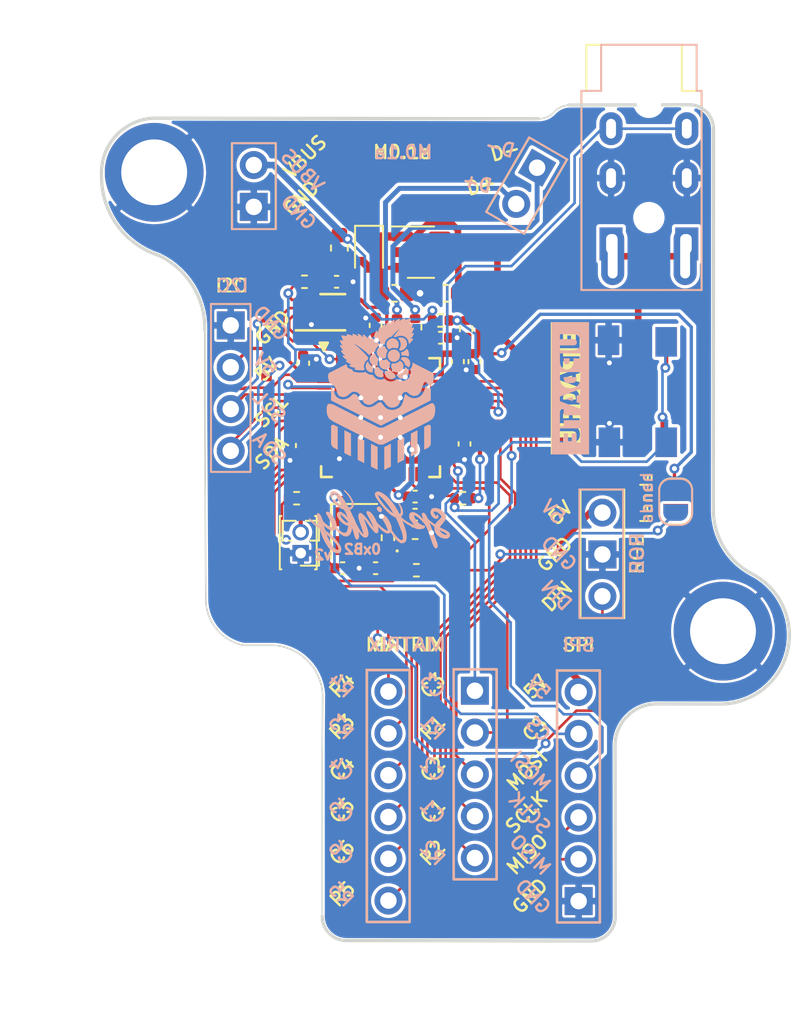
<source format=kicad_pcb>
(kicad_pcb (version 20211014) (generator pcbnew)
  (title_block (title "0xB2 - Splinky") (rev "2") (company "plut0nium"))
  (layers (0 "F.Cu" signal) (31 "B.Cu" signal) (34 "B.Paste" user) (35 "F.Paste" user) (36 "B.SilkS" user "B.Silkscreen") (37 "F.SilkS" user "F.Silkscreen") (38 "B.Mask" user) (39 "F.Mask" user) (44 "Edge.Cuts" user))
  (net 0 "")
  (net 1 "+5V")
  (net 2 "GND")
  (net 3 "+3V3")
  (net 4 "Net-(C3-Pad1)")
  (net 5 "Net-(C4-Pad1)")
  (net 6 "+1V1")
  (net 7 "Net-(D1-Pad1)")
  (net 8 "/LED")
  (net 9 "Net-(D2-Pad2)")
  (net 10 "VBUS")
  (net 11 "/D-")
  (net 12 "/D+")
  (net 13 "/D0")
  (net 14 "/D1")
  (net 15 "/D2")
  (net 16 "/D3")
  (net 17 "/D10")
  (net 18 "/D11")
  (net 19 "/D12")
  (net 20 "/D13")
  (net 21 "/D14")
  (net 22 "/MOSI")
  (net 23 "/MISO")
  (net 24 "/SCLK")
  (net 25 "/~{RESET}")
  (net 26 "/QSPI_~{CS}")
  (net 27 "Net-(R6-Pad2)")
  (net 28 "Net-(R7-Pad2)")
  (net 29 "Net-(R8-Pad2)")
  (net 34 "/VBUS_DET")
  (net 35 "/QSPI_D3")
  (net 36 "/QSPI_SCLK")
  (net 37 "/QSPI_D0")
  (net 38 "/QSPI_D2")
  (net 39 "/QSPI_D1")
  (net 41 "Net-(J5-Pad2)")
  (net 45 "/D4")
  (net 46 "/D5")
  (net 47 "/D6")
  (net 48 "/D7")
  (net 49 "/D8")
  (net 50 "/D9")
  (net 51 "/D21")
  (net 52 "/A0")
  (net 53 "/A1")
  (net 54 "/A2")
  (net 55 "/A3")
  (net 56 "Net-(JP1-Pad1)")
  (footprint "Capacitor_SMD:C_0402_1005Metric" (layer "F.Cu") (at 154.5 102.9)
    (fp_text reference "C14" hide)
    (fp_text value "100n")
  )
  (footprint "Capacitor_SMD:C_0402_1005Metric" (layer "F.Cu") (at 146.9 98.7 -90)
    (fp_text reference "C9" hide)
    (fp_text value "100n")
  )
  (footprint "Library:PushSwitch" (layer "F.Cu") (at 168.05 95.4 90)
    (fp_text reference "SW3" hide)
    (fp_text value "SW_SPST")
  )
  (footprint "Library:6_PinHeader" (layer "F.Cu") (at 152.877963 113.644824)
    (fp_text reference "J6" hide)
    (fp_text value "Ribbon")
  )
  (footprint "Library:MountingHole_4mm_Pad_thin" (layer "F.Cu") (at 173.2 109.975)
    (fp_text reference "H2" hide)
    (fp_text value "M4")
  )
  (footprint "Resistor_SMD:R_0402_1005Metric" (layer "F.Cu") (at 154.575 106.275)
    (fp_text reference "R14" hide)
    (fp_text value "5.1k")
  )
  (footprint "Library:SolderJumper-2_P1.3mm_Open_RoundedPad1.0x1.5mm" (layer "F.Cu") (at 170.325 102.1 90)
    (fp_text reference "JP1" hide)
    (fp_text value "Jumper_2_Open")
  )
  (footprint "Resistor_SMD:R_0402_1005Metric" (layer "F.Cu") (at 156.05 91.1 180)
    (fp_text reference "R10" hide)
    (fp_text value "5.1k")
  )
  (footprint "0xLib_Package_DFN_QFN:QFN-56-1EP_7x7mm_P0.4mm_EP3.2x3.2mm" (layer "F.Cu") (at 152.4 97)
    (fp_text reference "U1" hide)
    (fp_text value "RP2040")
  )
  (footprint "Resistor_SMD:R_0402_1005Metric" (layer "F.Cu") (at 145.45 91.475 90)
    (fp_text reference "R12" hide)
    (fp_text value "4.7k")
  )
  (footprint "Capacitor_SMD:C_0402_1005Metric" (layer "F.Cu") (at 158.1 93.6 -90)
    (fp_text reference "C5" hide)
    (fp_text value "1µ")
  )
  (footprint "Diode_SMD:D_SOD-323" (layer "F.Cu") (at 151.7 86.85 -90)
    (fp_text reference "D2" hide)
    (fp_text value "B5817")
  )
  (footprint "Resistor_SMD:R_0402_1005Metric" (layer "F.Cu") (at 152.85 104.3 90)
    (fp_text reference "R8" hide)
    (fp_text value "1k")
  )
  (footprint "kibuzzard-61F019CB" (layer "F.Cu") (at 167.944216 105.24705 90)
    (fp_text reference "kibuzzard-61F019CB" hide)
    (fp_text value "G***" hide)
  )
  (footprint "Package_TO_SOT_SMD:SOT-23-5" (layer "F.Cu") (at 154.85 86.95)
    (fp_text reference "U3" hide)
    (fp_text value "XC6210B332MR-G")
  )
  (footprint "Library:header1x03" (layer "F.Cu") (at 165.875 102.775)
    (fp_text reference "J10" hide)
    (fp_text value "RGB")
  )
  (footprint "Capacitor_SMD:C_0402_1005Metric" (layer "F.Cu") (at 147.7 93.7 90)
    (fp_text reference "C12" hide)
    (fp_text value "100n")
  )
  (footprint "Resistor_SMD:R_0402_1005Metric" (layer "F.Cu") (at 153.4 91.5 -90)
    (fp_text reference "R6" hide)
    (fp_text value "27")
  )
  (footprint "Fuse:Fuse_0603_1608Metric" (layer "F.Cu") (at 149.9 86.7 -90)
    (fp_text reference "F1" hide)
    (fp_text value "Polyfuse")
  )
  (footprint "kibuzzard-61F01957" (layer "F.Cu") (at 164.393416 110.775)
    (fp_text reference "kibuzzard-61F01957" hide)
    (fp_text value "G***" hide)
  )
  (footprint "Capacitor_SMD:C_0402_1005Metric" (layer "F.Cu") (at 157.5 98.6 -90)
    (fp_text reference "C13" hide)
    (fp_text value "100n")
  )
  (footprint "kibuzzard-620B8D91" (layer "F.Cu") (at 143.373967 88.949999)
    (fp_text reference "kibuzzard-620B8D91" hide)
    (fp_text value "G***" hide)
  )
  (footprint "Button_Switch_SMD:SW_SPST_CK_KXT3" (layer "F.Cu") (at 147.4 104.6 90)
    (fp_text reference "SW2" hide)
    (fp_text value "SW_Push")
  )
  (footprint "Capacitor_SMD:C_0402_1005Metric" (layer "F.Cu") (at 154.5 101.8)
    (fp_text reference "C8" hide)
    (fp_text value "100n")
  )
  (footprint "0xLib_Package_DFN_QFN:USON-8-1EP_3x2mm_P0.5mm_EP0.25x1.65mm" (layer "F.Cu") (at 148.75 90.6)
    (fp_text reference "U2" hide)
    (fp_text value "GD25Q80CEIGR")
  )
  (footprint "kibuzzard-61F01940" (layer "F.Cu") (at 153.9 110.762597)
    (fp_text reference "kibuzzard-61F01940" hide)
    (fp_text value "G***" hide)
  )
  (footprint "kibuzzard-61F01C84" (layer "F.Cu") (at 163.880638 95.216802 90)
    (fp_text reference "kibuzzard-61F01C84" hide)
    (fp_text value "G***" hide)
  )
  (footprint "Resistor_SMD:R_0402_1005Metric" (layer "F.Cu") (at 157.4 101.9)
    (fp_text reference "R2" hide)
    (fp_text value "10k")
  )
  (footprint "Connector_PinHeader_1.27mm:PinHeader_1x02_P1.27mm_Vertical" (layer "F.Cu") (at 147.55 105.235 180)
    (fp_text reference "J5" hide)
    (fp_text value "Conn_01x02" hide)
  )
  (footprint "Library:PinHeader_1x02_P2.54mm_Vertical" (layer "F.Cu") (at 161.91 81.820148 -30)
    (fp_text reference "J15" hide)
    (fp_text value "Conn_01x02_Female")
  )
  (footprint "Capacitor_SMD:C_0402_1005Metric" (layer "F.Cu") (at 157.1 93.6 -90)
    (fp_text reference "C11" hide)
    (fp_text value "100n")
  )
  (footprint "Resistor_SMD:R_0402_1005Metric" (layer "F.Cu") (at 157.6 91.61 90)
    (fp_text reference "R11" hide)
    (fp_text value "10k")
  )
  (footprint "Library:6_PinHeader" (layer "F.Cu") (at 164.431532 113.675)
    (fp_text reference "J8" hide)
    (fp_text value "trackball")
  )
  (footprint "Crystal:Crystal_SMD_2520-4Pin_2.5x2.0mm" (layer "F.Cu") (at 150.8 103.9 -90)
    (fp_text reference "Y1" hide)
    (fp_text value "Crystal_GND24")
  )
  (footprint "Capacitor_SMD:C_0402_1005Metric" (layer "F.Cu") (at 149.73 88.75)
    (fp_text reference "C10" hide)
    (fp_text value "100n")
  )
  (footprint "Capacitor_SMD:C_0402_1005Metric" (layer "F.Cu") (at 152.1 106.15 180)
    (fp_text reference "C4" hide)
    (fp_text value "15p")
  )
  (footprint "Resistor_SMD:R_0402_1005Metric" (layer "F.Cu") (at 154.5 91.5 -90)
    (fp_text reference "R7" hide)
    (fp_text value "27")
  )
  (footprint "Resistor_SMD:R_0402_1005Metric" (layer "F.Cu") (at 154.5 104 180)
    (fp_text reference "R1" hide)
    (fp_text value "1k")
  )
  (footprint "Library:PinHeader_1x04_P2.54mm_Vertical" (layer "F.Cu") (at 143.298967 91.399999)
    (fp_text reference "J11" hide)
    (fp_text value "serial")
  )
  (footprint "Library:5_PinHeader" (layer "F.Cu") (at 158.130473 113.594999)
    (fp_text reference "J7" hide)
    (fp_text value "Ribbon")
  )
  (footprint "LED_SMD:LED_0402_1005Metric" (layer "F.Cu") (at 154.5 105.1)
    (fp_text reference "D1" hide)
    (fp_text value "LED")
  )
  (footprint "Capacitor_SMD:C_0402_1005Metric" (layer "F.Cu") (at 156.05 92.15)
    (fp_text reference "C6" hide)
    (fp_text value "1µ")
  )
  (footprint "Library:MountingHole_4mm_Pad_thin" (layer "F.Cu") (at 138.65 82.1)
    (fp_text reference "H1" hide)
    (fp_text value "M4")
  )
  (footprint "Capacitor_SMD:C_0603_1608Metric" (layer "F.Cu") (at 156.35 89.45 180)
    (fp_text reference "C2" hide)
    (fp_text value "1µ")
  )
  (footprint "Library:PinHeader_1x02_P2.54mm_Vertical" (layer "F.Cu") (at 144.7 84.2 180)
    (fp_text reference "J14" hide)
    (fp_text value "Conn_01x02_Female")
  )
  (footprint "Resistor_SMD:R_0402_1005Metric" (layer "F.Cu") (at 145.475 94.025 -90)
    (fp_text reference "R13" hide)
    (fp_text value "4.7k")
  )
  (footprint "Capacitor_SMD:C_0402_1005Metric" (layer "F.Cu") (at 152.1 91.4 90)
    (fp_text reference "C7" hide)
    (fp_text value "100n")
  )
  (footprint "Resistor_SMD:R_0402_1005Metric" (layer "F.Cu") (at 147.3 101.9 180)
    (fp_text reference "R3" hide)
    (fp_text value "1k")
  )
  (footprint "Resistor_SMD:R_0402_1005Metric" (layer "F.Cu") (at 147.78 88.75)
    (fp_text reference "R9" hide)
    (fp_text value "10k")
  )
  (footprint "Capacitor_SMD:C_0603_1608Metric" (layer "F.Cu") (at 153.25 89.45)
    (fp_text reference "C1" hide)
    (fp_text value "1µ")
  )
  (footprint "Capacitor_SMD:C_0402_1005Metric" (layer "F.Cu") (at 150.1 106.15)
    (fp_text reference "C3" hide)
    (fp_text value "15p")
  )
  (footprint "kibuzzard-61F01C84" (layer "B.Cu") (at 163.925 95.225 -90)
    (fp_text reference "kibuzzard-61F01C84" hide)
    (fp_text value "G***" hide)
  )
  (footprint "kibuzzard-620B8D91" (layer "B.Cu") (at 143.373967 88.949999 180)
    (fp_text reference "kibuzzard-620B8D91" hide)
    (fp_text value "G***" hide)
  )
  (footprint "kibuzzard-61F019CB" (layer "B.Cu") (at 167.944216 105.275 -90)
    (fp_text reference "kibuzzard-61F019CB" hide)
    (fp_text value "G***" hide)
  )
  (footprint "0xB2_drawings:splinky" (layer "B.Cu") (at 156.72248 101.3982 180)
    (fp_text reference "splinky" hide)
    (fp_text value "G*****" hide)
  )
  (footprint "Library:SolderJumper-2_P1.3mm_Open_RoundedPad1.0x1.5mm" (layer "B.Cu") (at 170.325 102.125 90)
    (fp_text reference "JP2" hide)
    (fp_text value "Jumper_2_Open")
  )
  (footprint "kibuzzard-61F01957" (layer "B.Cu") (at 164.473416 110.775 180)
    (fp_text reference "kibuzzard-61F01957" hide)
    (fp_text value "G***" hide)
  )
  (footprint "Library:Jack_3.5mm_PJ320E_Horizontal" (layer "B.Cu") (at 171 86.45 180)
    (fp_text reference "J9" hide)
    (fp_text value "Serial")
  )
  (footprint "kibuzzard-61F01940" (layer "B.Cu") (at 153.95 110.762597 180)
    (fp_text reference "kibuzzard-61F01940" hide)
    (fp_text value "G***" hide)
  )
  (footprint "0xB2_drawings:rb_cake" (layer "B.Cu") (at 155.922855 90.768505 180)
    (fp_text reference "rb_cake" hide)
    (fp_text value "G*****" hide)
  )
  (gr_poly (pts (xy 148.95 92.95) (xy 148.7 92.45) (xy 149.2 92.45)) (layer "F.SilkS") (width 0.15) (fill solid))
  (gr_arc (start 150.323649 128.768354) (mid 149.285 128.335) (end 148.86165 127.292233) (layer "Edge.Cuts") (width 0.2))
  (gr_arc (start 174.953514 106.488749) (mid 177.10863 111.211774) (end 173.011529 114.400074) (layer "Edge.Cuts") (width 0.2))
  (gr_line (start 161.993697 78.84806) (end 138.649352 78.809096) (layer "Edge.Cuts") (width 0.2))
  (gr_line (start 171.173514 77.998749) (end 163.855 78.015) (layer "Edge.Cuts") (width 0.2))
  (gr_arc (start 162.955 78.415) (mid 163.367804 78.13131) (end 163.855 78.015) (layer "Edge.Cuts") (width 0.1))
  (gr_line (start 150.323649 128.768354) (end 165.179642 128.797362) (layer "Edge.Cuts") (width 0.2))
  (gr_arc (start 174.953514 106.488749) (mid 173.241074 104.864213) (end 172.613514 102.588749) (layer "Edge.Cuts") (width 0.2))
  (gr_arc (start 135.454058 82.315) (mid 136.31466 79.890303) (end 138.649352 78.809096) (layer "Edge.Cuts") (width 0.2))
  (gr_arc (start 166.652176 127.348393) (mid 166.216517 128.378374) (end 165.179642 128.797362) (layer "Edge.Cuts") (width 0.2))
  (gr_line (start 148.885 113.835) (end 148.858709 117.290003) (layer "Edge.Cuts") (width 0.1))
  (gr_line (start 141.724995 91.687466) (end 141.724995 96.446645) (layer "Edge.Cuts") (width 0.1))
  (gr_arc (start 138.908049 87.137466) (mid 140.993806 88.993153) (end 141.724995 91.687466) (layer "Edge.Cuts") (width 0.2))
  (gr_arc (start 144.085 110.835) (mid 142.403633 109.806429) (end 141.785 107.935) (layer "Edge.Cuts") (width 0.1))
  (gr_arc (start 171.173514 77.998749) (mid 172.200088 78.436278) (end 172.623514 79.468749) (layer "Edge.Cuts") (width 0.2))
  (gr_arc (start 145.956134 110.835) (mid 147.980525 111.788319) (end 148.885 113.835) (layer "Edge.Cuts") (width 0.1))
  (gr_arc (start 138.908049 87.137466) (mid 136.390014 85.292799) (end 135.454058 82.315) (layer "Edge.Cuts") (width 0.2))
  (gr_line (start 166.641051 116.931051) (end 166.652176 127.348393) (layer "Edge.Cuts") (width 0.2))
  (gr_arc (start 166.641051 116.931051) (mid 167.385 115.135) (end 169.181051 114.391051) (layer "Edge.Cuts") (width 0.2))
  (gr_line (start 148.86165 127.292233) (end 148.858709 117.290003) (layer "Edge.Cuts") (width 0.1))
  (gr_line (start 141.724995 96.446645) (end 141.785 107.935) (layer "Edge.Cuts") (width 0.1))
  (gr_arc (start 162.955 78.415) (mid 162.522461 78.738329) (end 161.993697 78.84806) (layer "Edge.Cuts") (width 0.1))
  (gr_line (start 172.613514 102.588749) (end 172.623514 79.468749) (layer "Edge.Cuts") (width 0.2))
  (gr_line (start 145.956134 110.835) (end 144.085 110.835) (layer "Edge.Cuts") (width 0.1))
  (gr_line (start 169.181051 114.391051) (end 173.011529 114.400074) (layer "Edge.Cuts") (width 0.2))
  (gr_text "R5" (at 149.988524 125.960001 315) (layer "B.SilkS") (effects (font (size 0.8 0.8)) (justify mirror)))
  (gr_text "v2" (at 148.9 105.35) (layer "B.SilkS") (effects (font (size 0.6 0.6)) (justify mirror)))
  (gr_text "5V" (at 162.880222 102.72 -45) (layer "B.SilkS") (effects (font (size 0.8 0.8)) (justify mirror)))
  (gr_text "R2" (at 155.5496 123.45 -45) (layer "B.SilkS") (effects (font (size 0.8 0.8)) (justify mirror)))
  (gr_text "C4" (at 149.988524 118.340001 315) (layer "B.SilkS") (effects (font (size 0.8 0.8)) (justify mirror)))
  (gr_text "GND" (at 161.652031 126.105001 -45) (layer "B.SilkS") (effects (font (size 0.8 0.8)) (justify mirror)))
  (gr_text "SCLK" (at 161.45 121.025 -45) (layer "B.SilkS") (effects (font (size 0.8 0.8)) (justify mirror)))
  (gr_text "C3" (at 155.5496 113.29 -45) (layer "B.SilkS") (effects (font (size 0.8 0.8)) (justify mirror)))
  (gr_text "VBUS" (at 147.64512 82.000422 -45) (layer "B.SilkS") (effects (font (size 0.8 0.8)) (justify mirror)))
  (gr_text "C5" (at 149.988524 120.880001 315) (layer "B.SilkS") (effects (font (size 0.8 0.8)) (justify mirror)))
  (gr_text "R1" (at 155.5496 115.83 -45) (layer "B.SilkS") (effects (font (size 0.8 0.8)) (justify mirror)))
  (gr_text "MISO" (at 161.490406 123.565 -45) (layer "B.SilkS") (effects (font (size 0.8 0.8)) (justify mirror)))
  (gr_text "GND" (at 147.416152 84.529422 -45) (layer "B.SilkS") (effects (font (size 0.8 0.8)) (justify mirror)))
  (gr_text "M0.1a" (at 153.775 80.875) (layer "B.SilkS") (effects (font (size 0.8 0.8)) (justify mirror)))
  (gr_text "D+" (at 158.262792 82.750694 -15) (layer "B.SilkS") (effects (font (size 0.8 0.8)) (justify mirror)))
  (gr_text "5V" (at 145.3795 93.81 -45) (layer "B.SilkS") (effects (font (size 0.8 0.8)) (justify mirror)))
  (gr_text "R4" (at 149.988524 113.260001 315) (layer "B.SilkS") (effects (font (size 0.8 0.8)) (justify mirror)))
  (gr_text "hands" (at 168.575 101.875 90) (layer "B.SilkS") (effects (font (size 0.7 0.7) (thickness 0.12)) (justify mirror)))
  (gr_text "GND" (at 145.729686 91.27 -45) (layer "B.SilkS") (effects (font (size 0.8 0.8)) (justify mirror)))
  (gr_text "0xB2" (at 151.3 105) (layer "B.SilkS") (effects (font (size 0.6 0.6)) (justify mirror)))
  (gr_text "SDA" (at 145.662342 98.889999 -45) (layer "B.SilkS") (effects (font (size 0.8 0.8)) (justify mirror)))
  (gr_text "C2" (at 155.5496 118.37 -45) (layer "B.SilkS") (effects (font (size 0.8 0.8)) (justify mirror)))
  (gr_text "GND" (at 163.230408 105.26 -45) (layer "B.SilkS") (effects (font (size 0.8 0.8)) (justify mirror)))
  (gr_text "SCL" (at 145.648874 96.349999 -45) (layer "B.SilkS") (effects (font (size 0.8 0.8)) (justify mirror)))
  (gr_text "C1" (at 155.5496 120.91 -45) (layer "B.SilkS") (effects (font (size 0.8 0.8)) (justify mirror)))
  (gr_text "C6" (at 149.988524 123.420001 315) (layer "B.SilkS") (effects (font (size 0.8 0.8)) (justify mirror)))
  (gr_text "DIN" (at 163.082253 107.8 -45) (layer "B.SilkS") (effects (font (size 0.8 0.8)) (justify mirror)))
  (gr_text "R3" (at 149.988524 115.800001 315) (layer "B.SilkS") (effects (font (size 0.8 0.8)) (justify mirror)))
  (gr_text "MOSI" (at 161.490406 118.485 -45) (layer "B.SilkS") (effects (font (size 0.8 0.8)) (justify mirror)))
  (gr_text "D-" (at 159.65 80.6 -15) (layer "B.SilkS") (effects (font (size 0.8 0.8)) (justify mirror)))
  (gr_text "5V" (at 162.002217 113.405001 -45) (layer "B.SilkS") (effects (font (size 0.8 0.8)) (justify mirror)))
  (gr_text "CS" (at 161.961811 115.945001 -45) (layer "B.SilkS") (effects (font (size 0.8 0.8)) (justify mirror)))
  (gr_text "5V" (at 161.825 113.375 45) (layer "F.SilkS") (effects (font (size 0.8 0.8))))
  (gr_text "D-" (at 159.975 80.825 15) (layer "F.SilkS") (effects (font (size 0.8 0.8))))
  (gr_text "C6" (at 150.064724 123.420001 45) (layer "F.SilkS") (effects (font (size 0.8 0.8))))
  (gr_text "MOSI" (at 161.313189 118.454999 45) (layer "F.SilkS") (effects (font (size 0.8 0.8))))
  (gr_text "SCL" (at 145.770977 96.625 45) (layer "F.SilkS") (effects (font (size 0.8 0.8))))
  (gr_text "CS" (at 161.784594 115.915 45) (layer "F.SilkS") (effects (font (size 0.8 0.8))))
  (gr_text "hands" (at 168.55 101.9 90) (layer "F.SilkS") (effects (font (size 0.7 0.7) (thickness 0.12))))
  (gr_text "GND" (at 162.985266 105.315 45) (layer "F.SilkS") (effects (font (size 0.8 0.8))))
  (gr_text "5V" (at 145.501603 94.085001 45) (layer "F.SilkS") (effects (font (size 0.8 0.8))))
  (gr_text "R5" (at 150.090124 125.954059 45) (layer "F.SilkS") (effects (font (size 0.8 0.8))))
  (gr_text "R4" (at 150.064724 113.260001 45) (layer "F.SilkS") (effects (font (size 0.8 0.8))))
  (gr_text "R2" (at 155.575 123.45 45) (layer "F.SilkS") (effects (font (size 0.8 0.8))))
  (gr_text "SCLK" (at 161.272783 120.994999 45) (layer "F.SilkS") (effects (font (size 0.8 0.8))))
  (gr_text "GND" (at 161.474814 126.075 45) (layer "F.SilkS") (effects (font (size 0.8 0.8))))
  (gr_text "5V" (at 163.335452 102.786 45) (layer "F.SilkS") (effects (font (size 0.8 0.8))))
  (gr_text "R1" (at 155.575 115.83 45) (layer "F.SilkS") (effects (font (size 0.8 0.8))))
  (gr_text "C5" (at 150.064724 120.880001 45) (layer "F.SilkS") (effects (font (size 0.8 0.8))))
  (gr_text "R3" (at 150.064724 115.800001 45) (layer "F.SilkS") (effects (font (size 0.8 0.8))))
  (gr_text "MISO" (at 161.313189 123.534999 45) (layer "F.SilkS") (effects (font (size 0.8 0.8))))
  (gr_text "DIN" (at 163.133421 107.866 45) (layer "F.SilkS") (effects (font (size 0.8 0.8))))
  (gr_text "GND" (at 145.851789 91.545001 45) (layer "F.SilkS") (effects (font (size 0.8 0.8))))
  (gr_text "D+" (at 158.512208 82.900694 15) (layer "F.SilkS") (effects (font (size 0.8 0.8))))
  (gr_text "C2" (at 155.575 118.37 45) (layer "F.SilkS") (effects (font (size 0.8 0.8))))
  (gr_text "VBUS" (at 147.825 81.153073 45) (layer "F.SilkS") (effects (font (size 0.8 0.8))))
  (gr_text "C1" (at 155.575 120.91 45) (layer "F.SilkS") (effects (font (size 0.8 0.8))))
  (gr_text "C4" (at 150.064724 118.340001 45) (layer "F.SilkS") (effects (font (size 0.8 0.8))))
  (gr_text "M0.1a" (at 153.725 80.875) (layer "F.SilkS") (effects (font (size 0.8 0.8))))
  (gr_text "GND" (at 147.596032 83.682073 45) (layer "F.SilkS") (effects (font (size 0.8 0.8))))
  (gr_text "SDA" (at 145.784445 99.165 45) (layer "F.SilkS") (effects (font (size 0.8 0.8))))
  (gr_text "C3" (at 155.575 113.29 45) (layer "F.SilkS") (effects (font (size 0.8 0.8))))
  (segment (start 169.175 87.2) (end 170.9 87.2) (width 0.4) (layer "F.Cu") (net 1))
  (segment (start 163.299511 96.950489) (end 164.7 95.55) (width 0.4) (layer "F.Cu") (net 1))
  (segment (start 165.125 102.775) (end 165.875 102.775) (width 0.4) (layer "F.Cu") (net 1))
  (segment (start 151.9 86) (end 151.7 85.8) (width 0.5) (layer "F.Cu") (net 1))
  (segment (start 163.299511 97.725489) (end 163.299511 97.249511) (width 0.4) (layer "F.Cu") (net 1))
  (segment (start 164.431532 113.675) (end 164.431532 112.95751) (width 0.4) (layer "F.Cu") (net 1))
  (segment (start 168.05 94.125) (end 166.625 95.55) (width 0.4) (layer "F.Cu") (net 1))
  (segment (start 152.5 86) (end 151.9 86) (width 0.5) (layer "F.Cu") (net 1))
  (segment (start 158.950489 86.849511) (end 157.699511 86.849511) (width 0.4) (layer "F.Cu") (net 1))
  (segment (start 153.7125 87.9) (end 152.55 87.9) (width 0.25) (layer "F.Cu") (net 1))
  (segment (start 155.25 85.25) (end 154.5 86) (width 0.4) (layer "F.Cu") (net 1))
  (segment (start 157.1 86.25) (end 157.1 85.6) (width 0.4) (layer "F.Cu") (net 1))
  (segment (start 163.299511 97.249511) (end 163.299511 95.624511) (width 0.4) (layer "F.Cu") (net 1))
  (segment (start 157.1 85.6) (end 156.75 85.25) (width 0.4) (layer "F.Cu") (net 1))
  (segment (start 154.5 86) (end 153.7125 86) (width 0.4) (layer "F.Cu") (net 1))
  (segment (start 156.75 85.25) (end 155.25 85.25) (width 0.4) (layer "F.Cu") (net 1))
  (segment (start 159.499511 87.398533) (end 158.950489 86.849511) (width 0.4) (layer "F.Cu") (net 1))
  (segment (start 163.299511 95.624511) (end 159.499511 91.824511) (width 0.4) (layer "F.Cu") (net 1))
  (segment (start 164.431532 112.95751) (end 163.299511 111.825489) (width 0.4) (layer "F.Cu") (net 1))
  (segment (start 152.55 86) (end 152.55 87.9) (width 0.5) (layer "F.Cu") (net 1))
  (segment (start 163.299511 111.825489) (end 163.299511 104.600489) (width 0.4) (layer "F.Cu") (net 1))
  (segment (start 166.5 87.2) (end 169.175 87.2) (width 0.4) (layer "F.Cu") (net 1))
  (segment (start 153.7125 86) (end 152.5 86) (width 0.5) (layer "F.Cu") (net 1))
  (segment (start 163.299511 104.600489) (end 165.125 102.775) (width 0.4) (layer "F.Cu") (net 1))
  (segment (start 152.55 89.025) (end 152.475 89.45) (width 0.5) (layer "F.Cu") (net 1))
  (segment (start 163.299511 104.600489) (end 163.299511 97.725489) (width 0.4) (layer "F.Cu") (net 1))
  (segment (start 169.175 87.2) (end 168.05 88.325) (width 0.4) (layer "F.Cu") (net 1))
  (segment (start 152.55 87.9) (end 152.55 89.025) (width 0.5) (layer "F.Cu") (net 1))
  (segment (start 163.299511 97.249511) (end 163.299511 96.950489) (width 0.4) (layer "F.Cu") (net 1))
  (segment (start 157.699511 86.849511) (end 157.1 86.25) (width 0.4) (layer "F.Cu") (net 1))
  (segment (start 166.625 95.55) (end 164.7 95.55) (width 0.4) (layer "F.Cu") (net 1))
  (segment (start 168.05 88.325) (end 168.05 94.125) (width 0.4) (layer "F.Cu") (net 1))
  (segment (start 159.499511 91.824511) (end 159.499511 87.398533) (width 0.4) (layer "F.Cu") (net 1))
  (segment (start 154.9 89.3) (end 154.9 87.2) (width 0.4) (layer "F.Cu") (net 2))
  (segment (start 155.5 101.8) (end 154.98 101.8) (width 0.4) (layer "F.Cu") (net 2))
  (segment (start 151.5 90.95) (end 152.07 91) (width 0.25) (layer "F.Cu") (net 2))
  (segment (start 147.72 93.22) (end 147.7 93.22) (width 0.25) (layer "F.Cu") (net 2))
  (segment (start 150.58 106.15) (end 150.58 106.105) (width 0.25) (layer "F.Cu") (net 2))
  (segment (start 152.07 91) (end 152.1 90.97) (width 0.25) (layer "F.Cu") (net 2))
  (segment (start 154.65 86.95) (end 153.7125 86.95) (width 0.4) (layer "F.Cu") (net 2))
  (segment (start 150.25 104.925) (end 150.1 104.775) (width 0.25) (layer "F.Cu") (net 2))
  (segment (start 148.5 93.45) (end 148 93.45) (width 0.25) (layer "F.Cu") (net 2))
  (segment (start 151.194775 99.70048) (end 151.4 99.905705) (width 0.2) (layer "F.Cu") (net 2))
  (segment (start 157.08 92.12) (end 157.05 92.15) (width 0.16) (layer "F.Cu") (net 2))
  (segment (start 155.5 104) (end 155.01 104) (width 0.25) (layer "F.Cu") (net 2))
  (segment (start 166.3 92.35) (end 166.25 92.3) (width 0.16) (layer "F.Cu") (net 2))
  (segment (start 154.9 87.2) (end 154.65 86.95) (width 0.4) (layer "F.Cu") (net 2))
  (segment (start 147.55 106.075) (end 147.4 106.225) (width 0.4) (layer "F.Cu") (net 2))
  (segment (start 151.525 103) (end 151.5 103.025) (width 0.4) (layer "F.Cu") (net 2))
  (segment (start 157.6 92.12) (end 157.08 92.12) (width 0.16) (layer "F.Cu") (net 2))
  (segment (start 151.5 103.025) (end 150.1 104.775) (width 0.4) (layer "F.Cu") (net 2))
  (segment (start 166.4 82.45) (end 171 82.45) (width 0.4) (layer "F.Cu") (net 2))
  (segment (start 147.45 91.35) (end 148.75 91.35) (width 0.25) (layer "F.Cu") (net 2))
  (segment (start 151.1 106.15) (end 151.62 106.15) (width 0.4) (layer "F.Cu") (net 2))
  (segment (start 150.58 106.105) (end 150.25 105.775) (width 0.25) (layer "F.Cu") (net 2))
  (segment (start 166.3 93.675) (end 166.3 92.35) (width 0.16) (layer "F.Cu") (net 2))
  (segment (start 157.62 94.08) (end 157.6 94.1) (width 0.25) (layer "F.Cu") (net 2))
  (segment (start 154.98 102.9) (end 154.98 103.97) (width 0.25) (layer "F.Cu") (net 2))
  (segment (start 148 93.45) (end 147.72 93.22) (width 0.25) (layer "F.Cu") (net 2))
  (segment (start 150.25 105.775) (end 150.25 104.925) (width 0.25) (layer "F.Cu") (net 2))
  (segment (start 154.025 89.45) (end 154.8 89.45) (width 0.6) (layer "F.Cu") (net 2))
  (segment (start 150.21 88.75) (end 150.73 88.75) (width 0.25) (layer "F.Cu") (net 2))
  (segment (start 151.1 106.15) (end 150.58 106.15) (width 0.4) (layer "F.Cu") (net 2))
  (segment (start 154.98 101.8) (end 154.98 102.9) (width 0.25) (layer "F.Cu") (net 2))
  (segment (start 150.58 106.15) (end 151.62 106.15) (width 0.4) (layer "F.Cu") (net 2))
  (segment (start 158.1 94.08) (end 157.62 94.08) (width 0.25) (layer "F.Cu") (net 2))
  (segment (start 146.9 99.28) (end 146.9 99.75) (width 0.25) (layer "F.Cu") (net 2))
  (segment (start 157.1 94.08) (end 157.58 94.08) (width 0.25) (layer "F.Cu") (net 2))
  (segment (start 166.3 98.5) (end 166.3 97.35) (width 0.16) (layer "F.Cu") (net 2))
  (segment (start 157.58 94.08) (end 157.6 94.1) (width 0.25) (layer "F.Cu") (net 2))
  (segment (start 154.8 89.45) (end 155.5 89.45) (width 0.6) (layer "F.Cu") (net 2))
  (segment (start 147.55 105.235) (end 147.55 106.075) (width 0.4) (layer "F.Cu") (net 2))
  (segment (start 151.4 99.905705) (end 151.4 100.4375) (width 0.2) (layer "F.Cu") (net 2))
  (segment (start 150.10048 99.70048) (end 151.194775 99.70048) (width 0.2) (layer "F.Cu") (net 2))
  (segment (start 154.8 89.45) (end 154.9 89.3) (width 0.4) (layer "F.Cu") (net 2))
  (segment (start 149.9 99.5) (end 150.10048 99.70048) (width 0.2) (layer "F.Cu") (net 2))
  (segment (start 148.75 91.35) (end 148.75 90.6) (width 0.25) (layer "F.Cu") (net 2))
  (segment (start 152.45 103) (end 151.525 103) (width 0.4) (layer "F.Cu") (net 2))
  (via (at 155.5 104) (size 0.6) (drill 0.3) (layers "F.Cu" "B.Cu") (net 2))
  (via (at 157.5 99.55) (size 0.6) (drill 0.3) (layers "F.Cu" "B.Cu") (net 2))
  (via (at 157.6 94.1) (size 0.6) (drill 0.3) (layers "F.Cu" "B.Cu") (net 2))
  (via (at 152.4 95.8) (size 0.6) (drill 0.3) (layers "F.Cu" "B.Cu") (net 2))
  (via (at 151.1 106.15) (size 0.6) (drill 0.3) (layers "F.Cu" "B.Cu") (net 2))
  (via (at 153.6 98.2) (size 0.6) (drill 0.3) (layers "F.Cu" "B.Cu") (net 2))
  (via (at 152.45 103) (size 0.6) (drill 0.3) (layers "F.Cu" "B.Cu") (net 2))
  (via (at 148.2 91.35) (size 0.6) (drill 0.3) (layers "F.Cu" "B.Cu") (net 2))
  (via (at 152.4 98.2) (size 0.6) (drill 0.3) (layers "F.Cu" "B.Cu") (net 2))
  (via (at 155.5 101.8) (size 0.6) (drill 0.3) (layers "F.Cu" "B.Cu") (net 2))
  (via (at 153.6 95.8) (size 0.6) (drill 0.3) (layers "F.Cu" "B.Cu") (net 2))
  (via (at 150.73 88.75) (size 0.6) (drill 0.3) (layers "F.Cu" "B.Cu") (net 2))
  (via (at 151.2 97) (size 0.6) (drill 0.3) (layers "F.Cu" "B.Cu") (net 2))
  (via (at 154.8 89.45) (size 0.8) (drill 0.4) (layers "F.Cu" "B.Cu") (net 2))
  (via (at 151.2 98.2) (size 0.6) (drill 0.3) (layers "F.Cu" "B.Cu") (net 2))
  (via (at 151.2 95.8) (size 0.6) (drill 0.3) (layers "F.Cu" "B.Cu") (net 2))
  (via (at 148.5 93.45) (size 0.6) (drill 0.3) (layers "F.Cu" "B.Cu") (net 2))
  (via (at 149.9 99.5) (size 0.6) (drill 0.3) (layers "F.Cu" "B.Cu") (net 2))
  (via (at 166.3 97.35) (size 0.6) (drill 0.3) (layers "F.Cu" "B.Cu") (net 2))
  (via (at 153.6 97) (size 0.6) (drill 0.3) (layers "F.Cu" "B.Cu") (net 2))
  (via (at 152.4 97) (size 0.6) (drill 0.3) (layers "F.Cu" "B.Cu") (net 2))
  (via (at 146.9 99.6) (size 0.6) (drill 0.3) (layers "F.Cu" "B.Cu") (net 2))
  (via (at 166.3 93.675) (size 0.6) (drill 0.3) (layers "F.Cu" "B.Cu") (net 2))
  (via (at 151.5 90.95) (size 0.6) (drill 0.3) (layers "F.Cu" "B.Cu") (net 2))
  (via (at 157.05 92.15) (size 0.6) (drill 0.3) (layers "F.Cu" "B.Cu") (net 2))
  (segment (start 166.3 97.35) (end 166.3 93.675) (width 0.16) (layer "B.Cu") (net 2))
  (segment (start 166.25 92.3) (end 166.25 93.625) (width 0.16) (layer "B.Cu") (net 2))
  (segment (start 166.3 98.5) (end 166.3 97.35) (width 0.16) (layer "B.Cu") (net 2))
  (segment (start 166.25 93.625) (end 166.3 93.675) (width 0.16) (layer "B.Cu") (net 2))
  (segment (start 152.6 100.4375) (end 152.6 101.7) (width 0.2) (layer "F.Cu") (net 3))
  (segment (start 153.87 102.75) (end 154.02 102.9) (width 0.2) (layer "F.Cu") (net 3))
  (segment (start 149.75 89.85) (end 149.25 89.35) (width 0.25) (layer "F.Cu") (net 3))
  (segment (start 159.155 93.12) (end 159.705 93.12) (width 0.2) (layer "F.Cu") (net 3))
  (segment (start 170.25 100.1) (end 170.25 101.375) (width 0.2) (layer "F.Cu") (net 3))
  (segment (start 157.50693 98.12) (end 158.439031 99.052101) (width 0.25) (layer "F.Cu") (net 3))
  (segment (start 156.15 93.12) (end 157.1 93.12) (width 0.4) (layer "F.Cu") (net 3))
  (segment (start 147.7 94.18) (end 147.455 94.18) (width 0.2) (layer "F.Cu") (net 3))
  (segment (start 157.125 89.45) (end 157.125 87.375) (width 0.4) (layer "F.Cu") (net 3))
  (segment (start 159.705 93.12) (end 159.755378 93.069622) (width 0.2) (layer "F.Cu") (net 3))
  (segment (start 146.075 92.8) (end 144.438966 92.8) (width 0.2) (layer "F.Cu") (net 3))
  (segment (start 154.682503 92.982503) (end 154.982503 92.982503) (width 0.2) (layer "F.Cu") (net 3))
  (segment (start 155 93.5625) (end 155 93) (width 0.2) (layer "F.Cu") (net 3))
  (segment (start 155.8375 98) (end 155 98) (width 0.2) (layer "F.Cu") (net 3))
  (segment (start 152.6 93.5625) (end 152.6 92.75) (width 0.2) (layer "F.Cu") (net 3))
  (segment (start 156.15 93.12) (end 156.15 94.4) (width 0.2) (layer "F.Cu") (net 3))
  (segment (start 147.455 94.18) (end 146.075 92.8) (width 0.2) (layer "F.Cu") (net 3))
  (segment (start 147.22 98) (end 146.9 98.32) (width 0.2) (layer "F.Cu") (net 3))
  (segment (start 148.29 88.75) (end 149.25 88.75) (width 0.25) (layer "F.Cu") (net 3))
  (segment (start 155.67 93.12) (end 155.532503 92.982503) (width 0.2) (layer "F.Cu") (net 3))
  (segment (start 144.438966 92.8) (end 143.298967 93.939999) (width 0.2) (layer "F.Cu") (net 3))
  (segment (start 158.1 93.12) (end 158.37048 92.84952) (width 0.4) (layer "F.Cu") (net 3))
  (segment (start 156.35 86.6) (end 156.35 86) (width 0.4) (layer "F.Cu") (net 3))
  (segment (start 155.8375 98) (end 157.53 98) (width 0.2) (layer "F.Cu") (net 3))
  (segment (start 152.78048 90.58048) (end 152.78048 92.53048) (width 0.2) (layer "F.Cu") (net 3))
  (segment (start 149.25 89.35) (end 149.25 88.75) (width 0.25) (layer "F.Cu") (net 3))
  (segment (start 156.35 86) (end 155.9875 86) (width 0.4) (layer "F.Cu") (net 3))
  (segment (start 155 93.5625) (end 155 94.4) (width 0.2) (layer "F.Cu") (net 3))
  (segment (start 147.92 94.4) (end 147.7 94.18) (width 0.2) (layer "F.Cu") (net 3))
  (segment (start 150.15 89.85) (end 149.75 89.85) (width 0.25) (layer "F.Cu") (net 3))
  (segment (start 157.125 87.375) (end 156.875 87.125) (width 0.4) (layer "F.Cu") (net 3))
  (segment (start 155 93) (end 154.982503 92.982503) (width 0.2) (layer "F.Cu") (net 3))
  (segment (start 155 94.4) (end 155.8375 94.4) (width 0.2) (layer "F.Cu") (net 3))
  (segment (start 153 93.5625) (end 153 94.4) (width 0.2) (layer "F.Cu") (net 3))
  (segment (start 146.075 92.8) (end 146.075 92.915) (width 0.2) (layer "F.Cu") (net 3))
  (segment (start 154.6 93.5625) (end 154.6 94.4) (width 0.2) (layer "F.Cu") (net 3))
  (segment (start 146.075 92.61) (end 145.45 91.985) (width 0.2) (layer "F.Cu") (net 3))
  (segment (start 152.78048 92.53048) (end 153 92.75) (width 0.2) (layer "F.Cu") (net 3))
  (segment (start 151.2 89.85) (end 150.05 89.85) (width 0.25) (layer "F.Cu") (net 3))
  (segment (start 156.15 93.12) (end 155.67 93.12) (width 0.2) (layer "F.Cu") (net 3))
  (segment (start 148.9625 98) (end 147.22 98) (width 0.2) (layer "F.Cu") (net 3))
  (segment (start 157.5 98.12) (end 157.50693 98.12) (width 0.25) (layer "F.Cu") (net 3))
  (segment (start 153.65 102.75) (end 153.87 102.75) (width 0.2) (layer "F.Cu") (net 3))
  (segment (start 151.65 90.3) (end 151.2 89.85) (width 0.25) (layer "F.Cu") (net 3))
  (segment (start 156.35 86.6) (end 156.875 87.125) (width 0.4) (layer "F.Cu") (net 3))
  (segment (start 148.9625 98) (end 150 98) (width 0.2) (layer "F.Cu") (net 3))
  (segment (start 152.6 92.75) (end 152.8 92.55) (width 0.2) (layer "F.Cu") (net 3))
  (segment (start 148.9625 94.4) (end 149.8 94.4) (width 0.2) (layer "F.Cu") (net 3))
  (segment (start 157.91 101.9) (end 158.35 101.9) (width 0.25) (layer "F.Cu") (net 3))
  (segment (start 154.6 93.5625) (end 154.6 93.065006) (width 0.2) (layer "F.Cu") (net 3))
  (segment (start 155.532503 92.982503) (end 154.982503 92.982503) (width 0.2) (layer "F.Cu") (net 3))
  (segment (start 152.5 90.3) (end 152.78048 90.58048) (width 0.2) (layer "F.Cu") (net 3))
  (segment (start 158.439031 99.052101) (end 158.439031 99.539031) (width 0.25) (layer "F.Cu") (net 3))
  (segment (start 152.6 100.4375) (end 152.6 99.6) (width 0.2) (layer "F.Cu") (net 3))
  (segment (start 154.6 93.065006) (end 154.682503 92.982503) (width 0.2) (layer "F.Cu") (net 3))
  (segment (start 153 92.75) (end 153 93.5625) (width 0.2) (layer "F.Cu") (net 3))
  (segment (start 159.155 93.12) (end 158.1 93.12) (width 0.2) (layer "F.Cu") (net 3))
  (segment (start 158.37048 90.67048) (end 157.25 89.55) (width 0.4) (layer "F.Cu") (net 3))
  (segment (start 148.9625 94.4) (end 147.92 94.4) (width 0.2) (layer "F.Cu") (net 3))
  (segment (start 146.075 92.8) (end 146.075 92.61) (width 0.2) (layer "F.Cu") (net 3))
  (segment (start 151.65 90.3) (end 152.5 90.3) (width 0.2) (layer "F.Cu") (net 3))
  (segment (start 170.25 101.375) (end 170.325 101.45) (width 0.2) (layer "F.Cu") (net 3))
  (segment (start 158.37048 92.84952) (end 158.37048 90.67048) (width 0.4) (layer "F.Cu") (net 3))
  (segment (start 158.1 93.12) (end 157.1 93.12) (width 0.4) (layer "F.Cu") (net 3))
  (segment (start 146.075 92.915) (end 145.475 93.515) (width 0.2) (layer "F.Cu") (net 3))
  (segment (start 152.6 101.7) (end 153.65 102.75) (width 0.2) (layer "F.Cu") (net 3))
  (segment (start 152.6 93.5625) (end 152.6 94.4) (width 0.2) (layer "F.Cu") (net 3))
  (via (at 158.35 101.9) (size 0.6) (drill 0.3) (layers "F.Cu" "B.Cu") (net 3))
  (via (at 159.755378 93.069622) (size 0.6) (drill 0.3) (layers "F.Cu" "B.Cu") (net 3))
  (via (at 170.25 100.1) (size 0.6) (drill 0.3) (layers "F.Cu" "B.Cu") (net 3))
  (via (at 158.439031 99.539031) (size 0.6) (drill 0.3) (layers "F.Cu" "B.Cu") (net 3))
  (segment (start 171.275 91.5) (end 171.275 99.1) (width 0.2) (layer "B.Cu") (net 3))
  (segment (start 158.35 101.9) (end 158.439031 101.810969) (width 0.16) (layer "B.Cu") (net 3))
  (segment (start 171.275 99.1) (end 170.275 100.1) (width 0.2) (layer "B.Cu") (net 3))
  (segment (start 159.755378 93.069622) (end 162.1 90.725) (width 0.2) (layer "B.Cu") (net 3))
  (segment (start 171.1 91.325) (end 171.275 91.5) (width 0.2) (layer "B.Cu") (net 3))
  (segment (start 170.275 100.1) (end 170.25 100.1) (width 0.2) (layer "B.Cu") (net 3))
  (segment (start 158.439031 101.810969) (end 158.439031 99.539031) (width 0.16) (layer "B.Cu") (net 3))
  (segment (start 170.5 90.725) (end 171.1 91.325) (width 0.2) (layer "B.Cu") (net 3))
  (segment (start 162.1 90.725) (end 165.2 90.725) (width 0.2) (layer "B.Cu") (net 3))
  (segment (start 165.2 90.725) (end 170.5 90.725) (width 0.2) (layer "B.Cu") (net 3))
  (segment (start 150.95 102.1) (end 151.6 102.1) (width 0.16) (layer "F.Cu") (net 4))
  (segment (start 151.8 101.9) (end 151.8 100.4375) (width 0.16) (layer "F.Cu") (net 4))
  (segment (start 150.1 103.025) (end 150.1 102.95) (width 0.16) (layer "F.Cu") (net 4))
  (segment (start 150.1 103.025) (end 150.1 103.1) (width 0.16) (layer "F.Cu") (net 4))
  (segment (start 151.6 102.1) (end 151.8 101.9) (width 0.16) (layer "F.Cu") (net 4))
  (segment (start 150.1 102.95) (end 150.95 102.1) (width 0.16) (layer "F.Cu") (net 4))
  (segment (start 149.25 103.95) (end 149.25 105.78) (width 0.16) (layer "F.Cu") (net 4))
  (segment (start 150.1 103.1) (end 149.25 103.95) (width 0.16) (layer "F.Cu") (net 4))
  (segment (start 149.25 105.78) (end 149.62 106.15) (width 0.16) (layer "F.Cu") (net 4))
  (segment (start 151.5 104.775) (end 152.58 106.15) (width 0.25) (layer "F.Cu") (net 5))
  (segment (start 152.9 104.81) (end 151.535 104.81) (width 0.2) (layer "F.Cu") (net 5))
  (segment (start 155.57 92.19) (end 155.57 92.15) (width 0.2) (layer "F.Cu") (net 6))
  (segment (start 153.92 101.7) (end 154.02 101.8) (width 0.2) (layer "F.Cu") (net 6))
  (segment (start 154.35952 95) (end 154.35952 98.664564) (width 0.32) (layer "F.Cu") (net 6))
  (segment (start 154.2 94.24048) (end 153.9 94.54048) (width 0.2) (layer "F.Cu") (net 6))
  (segment (start 153 101.2) (end 153 100.4375) (width 0.2) (layer "F.Cu") (net 6))
  (segment (start 153.5 101.7) (end 153 101.2) (width 0.2) (layer "F.Cu") (net 6))
  (segment (start 155.18048 92.57952) (end 155.57 92.19) (width 0.2) (layer "F.Cu") (net 6))
  (segment (start 154.35952 98.89048) (end 154.35952 98.664564) (width 0.32) (layer "F.Cu") (net 6))
  (segment (start 154.2 93.5625) (end 154.2 94.24048) (width 0.2) (layer "F.Cu") (net 6))
  (segment (start 152.2 93.5625) (end 152.2 92.03) (width 0.2) (layer "F.Cu") (net 6))
  (segment (start 154.52048 92.57952) (end 155.18048 92.57952) (width 0.2) (layer "F.Cu") (net 6))
  (segment (start 153.5 101.7) (end 153.92 101.7) (width 0.2) (layer "F.Cu") (net 6))
  (segment (start 152.2 92.03) (end 152.1 91.93) (width 0.2) (layer "F.Cu") (net 6))
  (segment (start 154.3 98.95) (end 154.35952 98.89048) (width 0.32) (layer "F.Cu") (net 6))
  (segment (start 153.9 94.54048) (end 154.35952 95) (width 0.32) (layer "F.Cu") (net 6))
  (segment (start 154.2 93.5625) (end 154.2 92.9) (width 0.2) (layer "F.Cu") (net 6))
  (segment (start 154.2 92.9) (end 154.52048 92.57952) (width 0.2) (layer "F.Cu") (net 6))
  (via (at 153.9 94.54048) (size 0.6) (drill 0.3) (layers "F.Cu" "B.Cu") (net 6))
  (via (at 153.5 101.7) (size 0.6) (drill 0.3) (layers "F.Cu" "B.Cu") (net 6))
  (via (at 154.3 98.95) (size 0.6) (drill 0.3) (layers "F.Cu" "B.Cu") (net 6))
  (via (at 152.15 92.3) (size 0.6) (drill 0.3) (layers "F.Cu" "B.Cu") (net 6))
  (segment (start 154.3 100.9) (end 154.3 98.95) (width 0.32) (layer "B.Cu") (net 6))
  (segment (start 153.04048 94.54048) (end 152.15 93.65) (width 0.3) (layer "B.Cu") (net 6))
  (segment (start 153.5 101.7) (end 154.3 100.9) (width 0.32) (layer "B.Cu") (net 6))
  (segment (start 153.9 94.54048) (end 153.04048 94.54048) (width 0.3) (layer "B.Cu") (net 6))
  (segment (start 152.15 93.65) (end 152.15 92.3) (width 0.3) (layer "B.Cu") (net 6))
  (segment (start 153.99 104) (end 153.99 105.075) (width 0.2) (layer "F.Cu") (net 7))
  (segment (start 159 103.8) (end 159 101.625) (width 0.16) (layer "F.Cu") (net 8))
  (segment (start 157.7 105.1) (end 159 103.8) (width 0.16) (layer "F.Cu") (net 8))
  (segment (start 156.4 101.3) (end 155.85 100.75) (width 0.16) (layer "F.Cu") (net 8))
  (segment (start 158.675 101.3) (end 156.4 101.3) (width 0.16) (layer "F.Cu") (net 8))
  (segment (start 155 100.75) (end 155 100.4375) (width 0.16) (layer "F.Cu") (net 8))
  (segment (start 154.985 105.1) (end 157.7 105.1) (width 0.16) (layer "F.Cu") (net 8))
  (segment (start 159 101.625) (end 158.675 101.3) (width 0.16) (layer "F.Cu") (net 8))
  (segment (start 155.85 100.75) (end 155 100.75) (width 0.16) (layer "F.Cu") (net 8))
  (segment (start 151.7 87.9) (end 151.2875 87.4875) (width 0.5) (layer "F.Cu") (net 9))
  (segment (start 151.2875 87.4875) (end 149.9 87.4875) (width 0.5) (layer "F.Cu") (net 9))
  (segment (start 155.54 90.64) (end 155.54 91.1) (width 0.16) (layer "F.Cu") (net 10))
  (segment (start 155.55 90.5) (end 155.54 90.64) (width 0.16) (layer "F.Cu") (net 10))
  (via (at 155.55 90.5) (size 0.6) (drill 0.3) (layers "F.Cu" "B.Cu") (net 10))
  (via (at 150.4 86.15) (size 0.6) (drill 0.3) (layers "F.Cu" "B.Cu") (net 10))
  (segment (start 151.45 90) (end 151.45 87.2) (width 0.16) (layer "B.Cu") (net 10))
  (segment (start 155.55 90.5) (end 155.020489 91.029511) (width 0.16) (layer "B.Cu") (net 10))
  (segment (start 145.91 81.66) (end 150.4 86.15) (width 0.4) (layer "B.Cu") (net 10))
  (segment (start 144.7 81.66) (end 145.91 81.66) (width 0.4) (layer "B.Cu") (net 10))
  (segment (start 155.020489 91.029511) (end 152.479511 91.029511) (width 0.16) (layer "B.Cu") (net 10))
  (segment (start 152.479511 91.029511) (end 151.45 90) (width 0.16) (layer "B.Cu") (net 10))
  (segment (start 151.45 87.2) (end 150.4 86.15) (width 0.16) (layer "B.Cu") (net 10))
  (via (at 154.5 90.45) (size 0.6) (drill 0.3) (layers "F.Cu" "B.Cu") (net 11))
  (segment (start 161.91 85.015) (end 161.475 85.45) (width 0.3) (layer "B.Cu") (net 11))
  (segment (start 153.15 89.1) (end 154.5 90.45) (width 0.3) (layer "B.Cu") (net 11))
  (segment (start 153.15 86.6) (end 153.15 89.1) (width 0.3) (layer "B.Cu") (net 11))
  (segment (start 161.475 85.45) (end 154.3 85.45) (width 0.3) (layer "B.Cu") (net 11))
  (segment (start 154.3 85.45) (end 153.15 86.6) (width 0.3) (layer "B.Cu") (net 11))
  (segment (start 161.91 81.820148) (end 161.91 85.015) (width 0.3) (layer "B.Cu") (net 11))
  (via (at 153.4 90.45) (size 0.6) (drill 0.3) (layers "F.Cu" "B.Cu") (net 12))
  (segment (start 152.7 89.3) (end 152.7 83.925) (width 0.3) (layer "B.Cu") (net 12))
  (segment (start 159.695147 83.075) (end 160.64 84.019853) (width 0.3) (layer "B.Cu") (net 12))
  (segment (start 153.4 90) (end 152.7 89.3) (width 0.3) (layer "B.Cu") (net 12))
  (segment (start 152.7 83.925) (end 153.55 83.075) (width 0.3) (layer "B.Cu") (net 12))
  (segment (start 153.55 83.075) (end 159.695147 83.075) (width 0.3) (layer "B.Cu") (net 12))
  (segment (start 153.4 90.45) (end 153.4 90) (width 0.3) (layer "B.Cu") (net 12))
  (segment (start 162.425 116.8) (end 162.425 116.68073) (width 0.16) (layer "F.Cu") (net 13))
  (segment (start 147.35 94.8) (end 148.9625 94.8) (width 0.16) (layer "F.Cu") (net 13))
  (segment (start 143.707881 101.532881) (end 142.125 99.95) (width 0.16) (layer "F.Cu") (net 13))
  (segment (start 165.875 114.336043) (end 165.875 107.855) (width 0.16) (layer "F.Cu") (net 13))
  (segment (start 164.301219 114.804511) (end 165.406532 114.804511) (width 0.16) (layer "F.Cu") (net 13))
  (segment (start 143.707881 107.669099) (end 143.707881 101.532881) (width 0.16) (layer "F.Cu") (net 13))
  (segment (start 145.7875 95.1875) (end 146.575 94.4) (width 0.16) (layer "F.Cu") (net 13))
  (segment (start 142.125 99.95) (end 142.125 95.95) (width 0.16) (layer "F.Cu") (net 13))
  (segment (start 146.95 94.4) (end 147.35 94.8) (width 0.16) (layer "F.Cu") (net 13))
  (segment (start 152.225 109.81122) (end 151.5809 109.16712) (width 0.16) (layer "F.Cu") (net 13))
  (segment (start 152.225 110.4) (end 152.225 109.81122) (width 0.16) (layer "F.Cu") (net 13))
  (segment (start 162.425 116.68073) (end 164.301219 114.804511) (width 0.16) (layer "F.Cu") (net 13))
  (segment (start 142.825 95.25) (end 144.075 95.25) (width 0.16) (layer "F.Cu") (net 13))
  (segment (start 142.125 95.95) (end 142.825 95.25) (width 0.16) (layer "F.Cu") (net 13))
  (segment (start 146.575 94.4) (end 146.95 94.4) (width 0.16) (layer "F.Cu") (net 13))
  (segment (start 151.5809 109.16712) (end 145.205903 109.16712) (width 0.16) (layer "F.Cu") (net 13))
  (segment (start 144.075 95.25) (end 144.1375 95.1875) (width 0.16) (layer "F.Cu") (net 13))
  (segment (start 145.205903 109.16712) (end 143.707881 107.669099) (width 0.16) (layer "F.Cu") (net 13))
  (segment (start 165.406532 114.804511) (end 165.875 114.336043) (width 0.16) (layer "F.Cu") (net 13))
  (segment (start 144.1375 95.1875) (end 145.7875 95.1875) (width 0.16) (layer "F.Cu") (net 13))
  (via (at 162.425 116.8) (size 0.6) (drill 0.3) (layers "F.Cu" "B.Cu") (net 13))
  (via (at 152.225 110.4) (size 0.6) (drill 0.3) (layers "F.Cu" "B.Cu") (net 13))
  (segment (start 154.525 112.2) (end 154.525 116.45) (width 0.16) (layer "B.Cu") (net 13))
  (segment (start 161.825 117.4) (end 162.425 116.8) (width 0.16) (layer "B.Cu") (net 13))
  (segment (start 152.225 110.4) (end 152.725 110.4) (width 0.16) (layer "B.Cu") (net 13))
  (segment (start 154.525 116.45) (end 155.475 117.4) (width 0.16) (layer "B.Cu") (net 13))
  (segment (start 155.475 117.4) (end 161.825 117.4) (width 0.16) (layer "B.Cu") (net 13))
  (segment (start 152.725 110.4) (end 154.525 112.2) (width 0.16) (layer "B.Cu") (net 13))
  (segment (start 146.98703 95.2) (end 148.9625 95.2) (width 0.16) (layer "F.Cu") (net 14))
  (segment (start 146.781015 94.993985) (end 146.98703 95.2) (width 0.16) (layer "F.Cu") (net 14))
  (via (at 146.781015 94.993985) (size 0.6) (drill 0.3) (layers "F.Cu" "B.Cu") (net 14))
  (segment (start 164.1875 81.1125) (end 165.85 79.45) (width 0.16) (layer "B.Cu") (net 14))
  (segment (start 166.4 79.45) (end 171 79.45) (width 0.16) (layer "B.Cu") (net 14))
  (segment (start 156.45 88.9) (end 157.55 87.8) (width 0.16) (layer "B.Cu") (net 14))
  (segment (start 165.85 79.45) (end 166.4 79.45) (width 0.16) (layer "B.Cu") (net 14))
  (segment (start 164.1875 83.9625) (end 164.1875 81.1125) (width 0.16) (layer "B.Cu") (net 14))
  (segment (start 160.35 87.8) (end 164.1875 83.9625) (width 0.16) (layer "B.Cu") (net 14))
  (segment (start 146.907021 95.119991) (end 155.099563 95.119991) (width 0.16) (layer "B.Cu") (net 14))
  (segment (start 157.55 87.8) (end 160.35 87.8) (width 0.16) (layer "B.Cu") (net 14))
  (segment (start 155.099563 95.119991) (end 156.45 93.769553) (width 0.16) (layer "B.Cu") (net 14))
  (segment (start 156.45 93.769553) (end 156.45 88.9) (width 0.16) (layer "B.Cu") (net 14))
  (segment (start 146.781015 94.993985) (end 146.907021 95.119991) (width 0.16) (layer "B.Cu") (net 14))
  (segment (start 148.9625 95.6) (end 146.5 95.6) (width 0.16) (layer "F.Cu") (net 15))
  (segment (start 144.178966 95.6) (end 143.298967 96.479999) (width 0.16) (layer "F.Cu") (net 15))
  (segment (start 145.275567 90.965) (end 144.928469 91.312098) (width 0.16) (layer "F.Cu") (net 15))
  (segment (start 146.5 95.6) (end 144.178966 95.6) (width 0.16) (layer "F.Cu") (net 15))
  (segment (start 145.45 90.965) (end 145.275567 90.965) (width 0.16) (layer "F.Cu") (net 15))
  (via (at 144.928469 91.312098) (size 0.6) (drill 0.3) (layers "F.Cu" "B.Cu") (net 15))
  (segment (start 143.298967 96.479999) (end 143.298967 96.251033) (width 0.16) (layer "B.Cu") (net 15))
  (segment (start 143.298967 96.251033) (end 144.928469 94.621531) (width 0.16) (layer "B.Cu") (net 15))
  (segment (start 144.928469 91.312098) (end 144.928469 94.621531) (width 0.16) (layer "B.Cu") (net 15))
  (segment (start 148.9625 96) (end 145.878131 96) (width 0.16) (layer "F.Cu") (net 16))
  (segment (start 143.298967 98.579164) (end 143.298967 99.019999) (width 0.16) (layer "F.Cu") (net 16))
  (segment (start 145.878131 96) (end 143.298967 98.579164) (width 0.16) (layer "F.Cu") (net 16))
  (segment (start 145.569446 94.535) (end 146.265812 93.838634) (width 0.16) (layer "F.Cu") (net 16))
  (segment (start 145.475 94.535) (end 145.569446 94.535) (width 0.16) (layer "F.Cu") (net 16))
  (via (at 146.265812 93.838634) (size 0.6) (drill 0.3) (layers "F.Cu" "B.Cu") (net 16))
  (segment (start 144.975 97.343966) (end 143.298967 99.019999) (width 0.16) (layer "B.Cu") (net 16))
  (segment (start 145.846704 94.257742) (end 145.842322 94.257742) (width 0.16) (layer "B.Cu") (net 16))
  (segment (start 146.265812 93.838634) (end 145.846704 94.257742) (width 0.16) (layer "B.Cu") (net 16))
  (segment (start 145.842322 94.257742) (end 144.975 95.125064) (width 0.16) (layer "B.Cu") (net 16))
  (segment (start 144.975 95.125064) (end 144.975 97.343966) (width 0.16) (layer "B.Cu") (net 16))
  (segment (start 150.2 100.9) (end 150.2 100.4375) (width 0.16) (layer "F.Cu") (net 20))
  (segment (start 148.893551 100.818551) (end 149.225 101.15) (width 0.16) (layer "F.Cu") (net 20))
  (segment (start 145.94452 101.53048) (end 146.656449 100.818551) (width 0.16) (layer "F.Cu") (net 20))
  (segment (start 153.15 106.925) (end 146.25 106.925) (width 0.16) (layer "F.Cu") (net 20))
  (segment (start 149.95 101.15) (end 150.2 100.9) (width 0.16) (layer "F.Cu") (net 20))
  (segment (start 146.656449 100.818551) (end 148.893551 100.818551) (width 0.16) (layer "F.Cu") (net 20))
  (segment (start 153.8 106.275) (end 153.15 106.925) (width 0.16) (layer "F.Cu") (net 20))
  (segment (start 146.25 106.925) (end 145.94452 106.61952) (width 0.16) (layer "F.Cu") (net 20))
  (segment (start 149.225 101.15) (end 149.95 101.15) (width 0.16) (layer "F.Cu") (net 20))
  (segment (start 154.065 106.275) (end 153.8 106.275) (width 0.16) (layer "F.Cu") (net 20))
  (segment (start 145.94452 106.61952) (end 145.94452 101.53048) (width 0.16) (layer "F.Cu") (net 20))
  (segment (start 149.6 101.85) (end 150.25 101.85) (width 0.16) (layer "F.Cu") (net 21))
  (segment (start 150.6 101.5) (end 150.6 100.4375) (width 0.16) (layer "F.Cu") (net 21))
  (segment (start 150.25 101.85) (end 150.6 101.5) (width 0.16) (layer "F.Cu") (net 21))
  (via (at 149.6 101.85) (size 0.6) (drill 0.3) (layers "F.Cu" "B.Cu") (net 21))
  (segment (start 156.275 107.775) (end 156.275 114) (width 0.16) (layer "B.Cu") (net 21))
  (segment (start 157.275 115) (end 161.875 115) (width 0.16) (layer "B.Cu") (net 21))
  (segment (start 156.275 114) (end 157.275 115) (width 0.16) (layer "B.Cu") (net 21))
  (segment (start 149.6 106.2) (end 150.625 107.225) (width 0.16) (layer "B.Cu") (net 21))
  (segment (start 155.725 107.225) (end 156.275 107.775) (width 0.16) (layer "B.Cu") (net 21))
  (segment (start 149.6 101.85) (end 149.6 106.2) (width 0.16) (layer "B.Cu") (net 21))
  (segment (start 150.625 107.225) (end 155.725 107.225) (width 0.16) (layer "B.Cu") (net 21))
  (segment (start 163.09 116.215) (end 164.431532 116.215) (width 0.16) (layer "B.Cu") (net 21))
  (segment (start 161.875 115) (end 163.09 116.215) (width 0.16) (layer "B.Cu") (net 21))
  (segment (start 160.3605 99.325) (end 160.325 99.2895) (width 0.16) (layer "F.Cu") (net 22))
  (segment (start 160.325 97.85) (end 159.675 97.2) (width 0.16) (layer "F.Cu") (net 22))
  (segment (start 159.675 97.2) (end 155.8375 97.2) (width 0.16) (layer "F.Cu") (net 22))
  (segment (start 160.325 99.2895) (end 160.325 97.85) (width 0.16) (layer "F.Cu") (net 22))
  (via (at 160.3605 99.325) (size 0.6) (drill 0.3) (layers "F.Cu" "B.Cu") (net 22))
  (segment (start 160.3 109.45) (end 160.3 113.3) (width 0.16) (layer "B.Cu") (net 22))
  (segment (start 165.075 115.025) (end 165.875 115.825) (width 0.16) (layer "B.Cu") (net 22))
  (segment (start 159 108.15) (end 160.3 109.45) (width 0.16) (layer "B.Cu") (net 22))
  (segment (start 165.875 115.825) (end 165.875 117.311532) (width 0.16) (layer "B.Cu") (net 22))
  (segment (start 160.3605 99.325) (end 160.3605 102.1645) (width 0.16) (layer "B.Cu") (net 22))
  (segment (start 163.023755 114.526245) (end 163.52251 115.025) (width 0.16) (layer "B.Cu") (net 22))
  (segment (start 165.875 117.311532) (end 164.431532 118.755) (width 0.16) (layer "B.Cu") (net 22))
  (segment (start 161.526245 114.526245) (end 163.023755 114.526245) (width 0.16) (layer "B.Cu") (net 22))
  (segment (start 163.52251 115.025) (end 165.075 115.025) (width 0.16) (layer "B.Cu") (net 22))
  (segment (start 159 103.525) (end 159 108.15) (width 0.16) (layer "B.Cu") (net 22))
  (segment (start 160.3605 102.1645) (end 159 103.525) (width 0.16) (layer "B.Cu") (net 22))
  (segment (start 160.3 113.3) (end 161.526245 114.526245) (width 0.16) (layer "B.Cu") (net 22))
  (segment (start 157 100.95) (end 159.475 100.95) (width 0.16) (layer "F.Cu") (net 23))
  (segment (start 156.55 100.5) (end 157 100.95) (width 0.16) (layer "F.Cu") (net 23))
  (segment (start 159.475 100.95) (end 160.26096 101.73596) (width 0.16) (layer "F.Cu") (net 23))
  (segment (start 155.8375 98.8) (end 156.35 98.8) (width 0.16) (layer "F.Cu") (net 23))
  (segment (start 160.358881 125.81952) (end 162.343402 123.835) (width 0.16) (layer "F.Cu") (net 23))
  (segment (start 160.26096 105.510301) (end 155.675 110.096261) (width 0.16) (layer "F.Cu") (net 23))
  (segment (start 156.35 98.8) (end 156.55 99) (width 0.16) (layer "F.Cu") (net 23))
  (segment (start 156.55 99) (end 156.55 100.5) (width 0.16) (layer "F.Cu") (net 23))
  (segment (start 155.675 125.125) (end 156.36952 125.81952) (width 0.16) (layer "F.Cu") (net 23))
  (segment (start 156.36952 125.81952) (end 160.358881 125.81952) (width 0.16) (layer "F.Cu") (net 23))
  (segment (start 160.26096 101.73596) (end 160.26096 105.510301) (width 0.16) (layer "F.Cu") (net 23))
  (segment (start 162.343402 123.835) (end 164.431532 123.835) (width 0.16) (layer "F.Cu") (net 23))
  (segment (start 155.675 110.096261) (end 155.675 125.125) (width 0.16) (layer "F.Cu") (net 23))
  (segment (start 160.226532 125.5) (end 156.50187 125.5) (width 0.16) (layer "F.Cu") (net 24))
  (segment (start 160.58048 101.60361) (end 159.675 100.69813) (width 0.16) (layer "F.Cu") (net 24))
  (segment (start 156.03596 110.187171) (end 160.58048 105.642651) (width 0.16) (layer "F.Cu") (net 24))
  (segment (start 159.675 98.175) (end 159.06048 97.56048) (width 0.16) (layer "F.Cu") (net 24))
  (segment (start 156.03596 125.03409) (end 156.03596 110.187171) (width 0.16) (layer "F.Cu") (net 24))
  (segment (start 160.58048 105.642651) (end 160.58048 101.60361) (width 0.16) (layer "F.Cu") (net 24))
  (segment (start 159.06048 97.56048) (end 155.87702 97.56048) (width 0.16) (layer "F.Cu") (net 24))
  (segment (start 155.87702 97.56048) (end 155.8375 97.6) (width 0.16) (layer "F.Cu") (net 24))
  (segment (start 156.50187 125.5) (end 156.03596 125.03409) (width 0.16) (layer "F.Cu") (net 24))
  (segment (start 164.431532 121.295) (end 160.226532 125.5) (width 0.16) (layer "F.Cu") (net 24))
  (segment (start 159.675 100.69813) (end 159.675 98.175) (width 0.16) (layer "F.Cu") (net 24))
  (segment (start 169.525 96.975) (end 169.525 98.275) (width 0.25) (layer "F.Cu") (net 25))
  (segment (start 156.9 101.91) (end 156.74 101.75) (width 0.16) (layer "F.Cu") (net 25))
  (segment (start 154.48548 101.21048) (end 154.2 100.925) (width 0.16) (layer "F.Cu") (net 25))
  (segment (start 154.2 100.925) (end 154.2 100.4375) (width 0.16) (layer "F.Cu") (net 25))
  (segment (start 169.75 93.925) (end 169.7 93.975) (width 0.25) (layer "F.Cu") (net 25))
  (segment (start 156.269553 101.75) (end 155.730033 101.21048) (width 0.16) (layer "F.Cu") (net 25))
  (segment (start 169.525 98.275) (end 169.75 98.5) (width 0.25) (layer "F.Cu") (net 25))
  (segment (start 169.75 92.4) (end 169.75 93.925) (width 0.25) (layer "F.Cu") (net 25))
  (segment (start 156.74 101.75) (end 156.269553 101.75) (width 0.16) (layer "F.Cu") (net 25))
  (segment (start 156.9 101.91) (end 156.89 101.9) (width 0.16) (layer "F.Cu") (net 25))
  (segment (start 156.9 102.45) (end 156.9 101.91) (width 0.16) (layer "F.Cu") (net 25))
  (segment (start 156.9 102.45) (end 156.89 101.9) (width 0.16) (layer "F.Cu") (net 25))
  (segment (start 155.730033 101.21048) (end 154.48548 101.21048) (width 0.16) (layer "F.Cu") (net 25))
  (via (at 169.525 96.975) (size 0.6) (drill 0.3) (layers "F.Cu" "B.Cu") (net 25))
  (via (at 169.7 93.975) (size 0.6) (drill 0.3) (layers "F.Cu" "B.Cu") (net 25))
  (via (at 156.9 102.45) (size 0.6) (drill 0.3) (layers "F.Cu" "B.Cu") (net 25))
  (segment (start 169.7 92.45) (end 169.75 92.4) (width 0.16) (layer "B.Cu") (net 25))
  (segment (start 163.425 98.5) (end 160.422515 98.5) (width 0.16) (layer "B.Cu") (net 25))
  (segment (start 169.525 94.15) (end 169.525 96.975) (width 0.16) (layer "B.Cu") (net 25))
  (segment (start 169.7 93.975) (end 169.7 92.45) (width 0.16) (layer "B.Cu") (net 25))
  (segment (start 164.604511 99.679511) (end 163.425 98.5) (width 0.16) (layer "B.Cu") (net 25))
  (segment (start 159.15 102.65) (end 157.1 102.65) (width 0.16) (layer "B.Cu") (net 25))
  (segment (start 169.75 98.5) (end 168.570489 99.679511) (width 0.16) (layer "B.Cu") (net 25))
  (segment (start 159.573757 102.226243) (end 159.15 102.65) (width 0.16) (layer "B.Cu") (net 25))
  (segment (start 169.75 97.2) (end 169.525 96.975) (width 0.25) (layer "B.Cu") (net 25))
  (segment (start 169.75 98.5) (end 169.75 97.2) (width 0.25) (layer "B.Cu") (net 25))
  (segment (start 157.1 102.65) (end 156.9 102.45) (width 0.16) (layer "B.Cu") (net 25))
  (segment (start 169.7 93.975) (end 169.525 94.15) (width 0.16) (layer "B.Cu") (net 25))
  (segment (start 168.570489 99.679511) (end 164.604511 99.679511) (width 0.16) (layer "B.Cu") (net 25))
  (segment (start 159.573757 99.348757) (end 159.573757 102.226243) (width 0.16) (layer "B.Cu") (net 25))
  (segment (start 160.422515 98.5) (end 159.573757 99.348757) (width 0.16) (layer "B.Cu") (net 25))
  (segment (start 146.410489 102.279511) (end 146.79 101.9) (width 0.16) (layer "F.Cu") (net 26))
  (segment (start 147.27 88.75) (end 146.796318 89.45) (width 0.16) (layer "F.Cu") (net 26))
  (segment (start 149.3 93.45) (end 149.8 93.45) (width 0.16) (layer "F.Cu") (net 26))
  (segment (start 146.662669 104.419602) (end 146.410489 104.167422) (width 0.16) (layer "F.Cu") (net 26))
  (segment (start 146.410489 104.167422) (end 146.410489 102.279511) (width 0.16) (layer "F.Cu") (net 26))
  (segment (start 146.998159 89.85) (end 146.796318 89.45) (width 0.16) (layer "F.Cu") (net 26))
  (segment (start 149.8 93.45) (end 149.8 93.5625) (width 0.16) (layer "F.Cu") (net 26))
  (segment (start 147.45 89.85) (end 146.998159 89.85) (width 0.16) (layer "F.Cu") (net 26))
  (via (at 146.662669 104.419602) (size 0.6) (drill 0.3) (layers "F.Cu" "B.Cu") (net 26))
  (via (at 149.3 93.45) (size 0.6) (drill 0.3) (layers "F.Cu" "B.Cu") (net 26))
  (via (at 146.796318 89.45) (size 0.6) (drill 0.3) (layers "F.Cu" "B.Cu") (net 26))
  (segment (start 147.229511 92.870489) (end 148.740042 92.870489) (width 0.16) (layer "B.Cu") (net 26))
  (segment (start 147.229511 93.645489) (end 147.229511 92.870489) (width 0.16) (layer "B.Cu") (net 26))
  (segment (start 146.25 104.006933) (end 146.25 96.625) (width 0.16) (layer "B.Cu") (net 26))
  (segment (start 146.25 96.625) (end 146.241504 96.616504) (width 0.16) (layer "B.Cu") (net 26))
  (segment (start 146.241504 94.633496) (end 147.229511 93.645489) (width 0.16) (layer "B.Cu") (net 26))
  (segment (start 146.241504 96.616504) (end 146.241504 94.633496) (width 0.16) (layer "B.Cu") (net 26))
  (segment (start 148.740042 92.870489) (end 149.3 93.430447) (width 0.16) (layer "B.Cu") (net 26))
  (segment (start 149.3 93.430447) (end 149.3 93.45) (width 0.16) (layer "B.Cu") (net 26))
  (segment (start 146.796318 89.45) (end 146.796318 92.471318) (width 0.16) (layer "B.Cu") (net 26))
  (segment (start 146.662669 104.419602) (end 146.25 104.006933) (width 0.16) (layer "B.Cu") (net 26))
  (segment (start 146.796318 92.471318) (end 147.15 92.825) (width 0.16) (layer "B.Cu") (net 26))
  (segment (start 153.4 93.5625) (end 153.4 92.01) (width 0.16) (layer "F.Cu") (net 27))
  (segment (start 153.8 92.655) (end 154.445 92.01) (width 0.16) (layer "F.Cu") (net 28))
  (segment (start 154.445 92.01) (end 154.5 92.01) (width 0.16) (layer "F.Cu") (net 28))
  (segment (start 153.8 93.5625) (end 153.8 92.655) (width 0.16) (layer "F.Cu") (net 28))
  (segment (start 153.029511 102.729511) (end 153.029511 103.610489) (width 0.16) (layer "F.Cu") (net 29))
  (segment (start 152.2 101.9) (end 153.029511 102.729511) (width 0.16) (layer "F.Cu") (net 29))
  (segment (start 153.029511 103.610489) (end 152.85 103.79) (width 0.16) (layer "F.Cu") (net 29))
  (segment (start 152.2 100.4375) (end 152.2 101.9) (width 0.16) (layer "F.Cu") (net 29))
  (segment (start 157.6 91.1) (end 157.05 91.1) (width 0.16) (layer "F.Cu") (net 34))
  (segment (start 159.55508 96.64492) (end 159.31016 96.4) (width 0.16) (layer "F.Cu") (net 34))
  (segment (start 157.05 91.1) (end 156.56 91.1) (width 0.16) (layer "F.Cu") (net 34))
  (segment (start 159.31016 96.4) (end 155.8375 96.4) (width 0.16) (layer "F.Cu") (net 34))
  (via (at 159.55508 96.64492) (size 0.6) (drill 0.3) (layers "F.Cu" "B.Cu") (net 34))
  (via (at 157.05 91.1) (size 0.6) (drill 0.3) (layers "F.Cu" "B.Cu") (net 34))
  (segment (start 158.18048 91.93048) (end 157.05 91.1) (width 0.16) (layer "B.Cu") (net 34))
  (segment (start 158.38048 94.31952) (end 158.38048 93.590788) (width 0.16) (layer "B.Cu") (net 34))
  (segment (start 159.55508 95.49412) (end 158.38048 94.31952) (width 0.16) (layer "B.Cu") (net 34))
  (segment (start 158.18048 93.390787) (end 158.18048 91.93048) (width 0.16) (layer "B.Cu") (net 34))
  (segment (start 158.38048 93.590788) (end 158.18048 93.390787) (width 0.16) (layer "B.Cu") (net 34))
  (segment (start 159.55508 96.64492) (end 159.55508 95.49412) (width 0.16) (layer "B.Cu") (net 34))
  (segment (start 150.55 90.35) (end 150.920489 90.720489) (width 0.16) (layer "F.Cu") (net 35))
  (segment (start 150.920489 90.720489) (end 150.920489 91.91675) (width 0.16) (layer "F.Cu") (net 35))
  (segment (start 150.920489 91.91675) (end 151.8 92.796261) (width 0.16) (layer "F.Cu") (net 35))
  (segment (start 150.05 90.35) (end 150.55 90.35) (width 0.16) (layer "F.Cu") (net 35))
  (segment (start 151.8 92.796261) (end 151.8 93.5625) (width 0.16) (layer "F.Cu") (net 35))
  (segment (start 150.05 90.85) (end 150.45 90.85) (width 0.16) (layer "F.Cu") (net 36))
  (segment (start 150.45 90.85) (end 150.600969 91.000969) (width 0.16) (layer "F.Cu") (net 36))
  (segment (start 151.4 92.848131) (end 151.4 93.5625) (width 0.16) (layer "F.Cu") (net 36))
  (segment (start 150.600969 91.000969) (end 150.600969 92.049099) (width 0.16) (layer "F.Cu") (net 36))
  (segment (start 150.600969 92.049099) (end 151.4 92.848131) (width 0.16) (layer "F.Cu") (net 36))
  (segment (start 149.55 91.45) (end 149.65 91.35) (width 0.16) (layer "F.Cu") (net 37))
  (segment (start 149.65 92.15) (end 149.55 92.05) (width 0.16) (layer "F.Cu") (net 37))
  (segment (start 150.25 92.15) (end 149.65 92.15) (width 0.16) (layer "F.Cu") (net 37))
  (segment (start 149.65 91.35) (end 150.15 91.35) (width 0.16) (layer "F.Cu") (net 37))
  (segment (start 149.55 92.05) (end 149.55 91.45) (width 0.16) (layer "F.Cu") (net 37))
  (segment (start 151 92.9) (end 150.25 92.15) (width 0.16) (layer "F.Cu") (net 37))
  (segment (start 151 93.5625) (end 151 92.9) (width 0.16) (layer "F.Cu") (net 37))
  (segment (start 146.85 91.6) (end 146.85 91.05) (width 0.16) (layer "F.Cu") (net 38))
  (segment (start 146.85 91.05) (end 147.05 90.85) (width 0.16) (layer "F.Cu") (net 38))
  (segment (start 148.930447 92.5) (end 148.430447 92) (width 0.16) (layer "F.Cu") (net 38))
  (segment (start 147.25 92) (end 146.85 91.6) (width 0.16) (layer "F.Cu") (net 38))
  (segment (start 150.6 93) (end 150.1 92.5) (width 0.16) (layer "F.Cu") (net 38))
  (segment (start 150.1 92.5) (end 148.930447 92.5) (width 0.16) (layer "F.Cu") (net 38))
  (segment (start 150.6 93.5625) (end 150.6 93) (width 0.16) (layer "F.Cu") (net 38))
  (segment (start 147.05 90.85) (end 147.55 90.85) (width 0.16) (layer "F.Cu") (net 38))
  (segment (start 148.430447 92) (end 147.25 92) (width 0.16) (layer "F.Cu") (net 38))
  (segment (start 146.5 91.8) (end 146.5 90.7) (width 0.16) (layer "F.Cu") (net 39))
  (segment (start 148.160489 92.360489) (end 147.060489 92.360489) (width 0.16) (layer "F.Cu") (net 39))
  (segment (start 150.2 93.115557) (end 149.934443 92.85) (width 0.16) (layer "F.Cu") (net 39))
  (segment (start 147.060489 92.360489) (end 146.5 91.8) (width 0.16) (layer "F.Cu") (net 39))
  (segment (start 148.65 92.85) (end 148.160489 92.360489) (width 0.16) (layer "F.Cu") (net 39))
  (segment (start 149.934443 92.85) (end 148.65 92.85) (width 0.16) (layer "F.Cu") (net 39))
  (segment (start 150.2 93.5625) (end 150.2 93.115557) (width 0.16) (layer "F.Cu") (net 39))
  (segment (start 146.5 90.7) (end 146.85 90.35) (width 0.16) (layer "F.Cu") (net 39))
  (segment (start 146.85 90.35) (end 147.55 90.35) (width 0.16) (layer "F.Cu") (net 39))
  (segment (start 147.55 103.125) (end 147.4 102.975) (width 0.25) (layer "F.Cu") (net 41))
  (segment (start 147.55 103.965) (end 147.55 103.125) (width 0.25) (layer "F.Cu") (net 41))
  (segment (start 147.81 102) (end 147.81 102.975) (width 0.25) (layer "F.Cu") (net 41))
  (segment (start 147.81 102.975) (end 147.4 102.975) (width 0.25) (layer "F.Cu") (net 41))
  (segment (start 144.0274 100.722502) (end 145.249951 99.499951) (width 0.16) (layer "F.Cu") (net 45))
  (segment (start 145.93 96.4) (end 148.9625 96.4) (width 0.16) (layer "F.Cu") (net 45))
  (segment (start 152.877963 110.012313) (end 151.71325 108.8476) (width 0.16) (layer "F.Cu") (net 45))
  (segment (start 145.249951 97.080049) (end 145.93 96.4) (width 0.16) (layer "F.Cu") (net 45))
  (segment (start 145.338252 108.8476) (end 144.0274 107.536749) (width 0.16) (layer "F.Cu") (net 45))
  (segment (start 145.249951 99.499951) (end 145.249951 97.080049) (width 0.16) (layer "F.Cu") (net 45))
  (segment (start 144.0274 107.536749) (end 144.0274 100.722502) (width 0.16) (layer "F.Cu") (net 45))
  (segment (start 151.71325 108.8476) (end 145.338252 108.8476) (width 0.16) (layer "F.Cu") (net 45))
  (segment (start 152.877963 113.644824) (end 152.877963 110.012313) (width 0.16) (layer "F.Cu") (net 45))
  (segment (start 144.34692 107.404399) (end 144.34692 100.854852) (width 0.16) (layer "F.Cu") (net 46))
  (segment (start 145.470602 108.52808) (end 144.34692 107.404399) (width 0.16) (layer "F.Cu") (net 46))
  (segment (start 153.967474 110.649954) (end 151.8456 108.52808) (width 0.16) (layer "F.Cu") (net 46))
  (segment (start 151.8456 108.52808) (end 145.470602 108.52808) (width 0.16) (layer "F.Cu") (net 46))
  (segment (start 153.967474 115.095313) (end 153.967474 110.649954) (width 0.16) (layer "F.Cu") (net 46))
  (segment (start 145.580529 97.319471) (end 146.1 96.8) (width 0.16) (layer "F.Cu") (net 46))
  (segment (start 146.1 96.8) (end 148.9625 96.8) (width 0.16) (layer "F.Cu") (net 46))
  (segment (start 145.569471 97.319471) (end 145.580529 97.319471) (width 0.16) (layer "F.Cu") (net 46))
  (segment (start 144.34692 100.854852) (end 145.569471 99.632301) (width 0.16) (layer "F.Cu") (net 46))
  (segment (start 152.877963 116.184824) (end 153.967474 115.095313) (width 0.16) (layer "F.Cu") (net 46))
  (segment (start 145.569471 99.632301) (end 145.569471 97.319471) (width 0.16) (layer "F.Cu") (net 46))
  (segment (start 145.9 99.753642) (end 144.66644 100.987202) (width 0.16) (layer "F.Cu") (net 47))
  (segment (start 154.286994 110.517604) (end 154.286994 117.315793) (width 0.16) (layer "F.Cu") (net 47))
  (segment (start 144.66644 100.987202) (end 144.66644 107.272049) (width 0.16) (layer "F.Cu") (net 47))
  (segment (start 148.9625 97.2) (end 146.3 97.2) (width 0.16) (layer "F.Cu") (net 47))
  (segment (start 151.97795 108.20856) (end 154.286994 110.517604) (width 0.16) (layer "F.Cu") (net 47))
  (segment (start 145.602951 108.20856) (end 151.97795 108.20856) (width 0.16) (layer "F.Cu") (net 47))
  (segment (start 146.3 97.2) (end 145.9 97.6) (width 0.16) (layer "F.Cu") (net 47))
  (segment (start 154.286994 117.315793) (end 152.877963 118.724824) (width 0.16) (layer "F.Cu") (net 47))
  (segment (start 145.9 97.6) (end 145.9 99.753642) (width 0.16) (layer "F.Cu") (net 47))
  (segment (start 144.66644 107.272049) (end 145.602951 108.20856) (width 0.16) (layer "F.Cu") (net 47))
  (segment (start 152.877963 121.264824) (end 154.606514 119.536273) (width 0.16) (layer "F.Cu") (net 48))
  (segment (start 146.25 97.85) (end 146.5 97.6) (width 0.16) (layer "F.Cu") (net 48))
  (segment (start 146.25 99.855512) (end 146.25 97.85) (width 0.16) (layer "F.Cu") (net 48))
  (segment (start 152.1103 107.88904) (end 145.735301 107.88904) (width 0.16) (layer "F.Cu") (net 48))
  (segment (start 145.735301 107.88904) (end 144.98596 107.139699) (width 0.16) (layer "F.Cu") (net 48))
  (segment (start 144.98596 107.139699) (end 144.98596 101.119552) (width 0.16) (layer "F.Cu") (net 48))
  (segment (start 154.606514 110.385254) (end 152.1103 107.88904) (width 0.16) (layer "F.Cu") (net 48))
  (segment (start 154.606514 119.536273) (end 154.606514 110.385254) (width 0.16) (layer "F.Cu") (net 48))
  (segment (start 144.98596 101.119552) (end 146.25 99.855512) (width 0.16) (layer "F.Cu") (net 48))
  (segment (start 146.5 97.6) (end 148.9625 97.6) (width 0.16) (layer "F.Cu") (net 48))
  (segment (start 147.140043 100.179511) (end 147.55 99.769553) (width 0.16) (layer "F.Cu") (net 49))
  (segment (start 152.24265 107.56952) (end 145.86765 107.56952) (width 0.16) (layer "F.Cu") (net 49))
  (segment (start 154.926034 110.252904) (end 152.24265 107.56952) (width 0.16) (layer "F.Cu") (net 49))
  (segment (start 147.55 98.7) (end 147.85 98.4) (width 0.16) (layer "F.Cu") (net 49))
  (segment (start 154.926034 121.756753) (end 154.926034 110.252904) (width 0.16) (layer "F.Cu") (net 49))
  (segment (start 145.86765 107.56952) (end 145.30548 107.007349) (width 0.16) (layer "F.Cu") (net 49))
  (segment (start 152.877963 123.804824) (end 154.926034 121.756753) (width 0.16) (layer "F.Cu") (net 49))
  (segment (start 147.85 98.4) (end 148.9625 98.4) (width 0.16) (layer "F.Cu") (net 49))
  (segment (start 145.30548 107.007349) (end 145.30548 101.251902) (width 0.16) (layer "F.Cu") (net 49))
  (segment (start 145.30548 101.251902) (end 146.377871 100.179511) (width 0.16) (layer "F.Cu") (net 49))
  (segment (start 147.55 99.769553) (end 147.55 98.7) (width 0.16) (layer "F.Cu") (net 49))
  (segment (start 146.377871 100.179511) (end 147.140043 100.179511) (width 0.16) (layer "F.Cu") (net 49))
  (segment (start 147.272393 100.49903) (end 147.86952 99.901903) (width 0.16) (layer "F.Cu") (net 50))
  (segment (start 147.86952 99.901903) (end 147.86952 99.03048) (width 0.16) (layer "F.Cu") (net 50))
  (segment (start 155.245554 123.977233) (end 155.245554 110.120554) (width 0.16) (layer "F.Cu") (net 50))
  (segment (start 147.86952 99.03048) (end 148.1 98.8) (width 0.16) (layer "F.Cu") (net 50))
  (segment (start 148.1 98.8) (end 148.9625 98.8) (width 0.16) (layer "F.Cu") (net 50))
  (segment (start 145.625 106.875) (end 145.625 101.384252) (width 0.16) (layer "F.Cu") (net 50))
  (segment (start 152.375 107.25) (end 146 107.25) (width 0.16) (layer "F.Cu") (net 50))
  (segment (start 146.510221 100.499031) (end 147.272393 100.49903) (width 0.16) (layer "F.Cu") (net 50))
  (segment (start 145.625 101.384252) (end 146.510221 100.499031) (width 0.16) (layer "F.Cu") (net 50))
  (segment (start 152.877963 126.344824) (end 155.245554 123.977233) (width 0.16) (layer "F.Cu") (net 50))
  (segment (start 155.245554 110.120554) (end 152.375 107.25) (width 0.16) (layer "F.Cu") (net 50))
  (segment (start 146 107.25) (end 145.625 106.875) (width 0.16) (layer "F.Cu") (net 50))
  (segment (start 156.86952 98.71952) (end 156.86952 99.9) (width 0.16) (layer "F.Cu") (net 51))
  (segment (start 156.55 98.4) (end 156.86952 98.71952) (width 0.16) (layer "F.Cu") (net 51))
  (segment (start 156.86952 99.9) (end 157.1 100.25) (width 0.16) (layer "F.Cu") (net 51))
  (segment (start 155.8375 98.4) (end 156.55 98.4) (width 0.16) (layer "F.Cu") (net 51))
  (via (at 157.1 100.25) (size 0.6) (drill 0.3) (layers "F.Cu" "B.Cu") (net 51))
  (segment (start 156.360489 102.760489) (end 156.589511 102.989511) (width 0.16) (layer "B.Cu") (net 51))
  (segment (start 156.360489 102.226526) (end 156.360489 102.760489) (width 0.16) (layer "B.Cu") (net 51))
  (segment (start 156.589511 102.989511) (end 158.130473 104.530473) (width 0.16) (layer "B.Cu") (net 51))
  (segment (start 157.1 100.25) (end 157.1 101.487015) (width 0.16) (layer "B.Cu") (net 51))
  (segment (start 157.1 101.487015) (end 156.360489 102.226526) (width 0.16) (layer "B.Cu") (net 51))
  (segment (start 158.130473 104.530473) (end 158.130473 113.594999) (width 0.16) (layer "B.Cu") (net 51))
  (segment (start 159.67313 96) (end 155.8375 96) (width 0.16) (layer "F.Cu") (net 52))
  (segment (start 160.9 97.22687) (end 159.67313 96) (width 0.16) (layer "F.Cu") (net 52))
  (segment (start 160.9 105.775) (end 160.9 97.22687) (width 0.16) (layer "F.Cu") (net 52))
  (segment (start 156.8 109.875) (end 160.9 105.775) (width 0.16) (layer "F.Cu") (net 52))
  (segment (start 158.130473 123.754999) (end 156.35548 121.980006) (width 0.16) (layer "F.Cu") (net 52))
  (segment (start 156.35548 110.319521) (end 156.8 109.875) (width 0.16) (layer "F.Cu") (net 52))
  (segment (start 156.35548 121.980006) (end 156.35548 110.319521) (width 0.16) (layer "F.Cu") (net 52))
  (segment (start 155.8375 95.6) (end 158.7 95.6) (width 0.16) (layer "F.Cu") (net 53))
  (segment (start 158.7 95.6) (end 159.725 95.6) (width 0.16) (layer "F.Cu") (net 53))
  (segment (start 161.21952 97.09452) (end 161.21952 105.90735) (width 0.16) (layer "F.Cu") (net 53))
  (segment (start 156.675 119.759526) (end 158.130473 121.214999) (width 0.16) (layer "F.Cu") (net 53))
  (segment (start 156.675 110.45187) (end 156.675 119.759526) (width 0.16) (layer "F.Cu") (net 53))
  (segment (start 161.21952 105.90735) (end 156.675 110.45187) (width 0.16) (layer "F.Cu") (net 53))
  (segment (start 160.3375 96.2125) (end 161.21952 97.09452) (width 0.16) (layer "F.Cu") (net 53))
  (segment (start 159.725 95.6) (end 160.3375 96.2125) (width 0.16) (layer "F.Cu") (net 53))
  (segment (start 161.53904 96.96217) (end 159.77687 95.2) (width 0.16) (layer "F.Cu") (net 54))
  (segment (start 157 112.55) (end 156.99452 112.54452) (width 0.16) (layer "F.Cu") (net 54))
  (segment (start 157 117.544526) (end 157 112.55) (width 0.16) (layer "F.Cu") (net 54))
  (segment (start 158.130473 118.674999) (end 157 117.544526) (width 0.16) (layer "F.Cu") (net 54))
  (segment (start 156.99452 110.58422) (end 161.53904 106.0397) (width 0.16) (layer "F.Cu") (net 54))
  (segment (start 156.99452 112.54452) (end 156.99452 110.58422) (width 0.16) (layer "F.Cu") (net 54))
  (segment (start 161.53904 106.0397) (end 161.53904 96.96217) (width 0.16) (layer "F.Cu") (net 54))
  (segment (start 159.77687 95.2) (end 155.8375 95.2) (width 0.16) (layer "F.Cu") (net 54))
  (segment (start 160.1 115.594998) (end 160.1 107.93061) (width 0.16) (layer "F.Cu") (net 55))
  (segment (start 161.85856 106.172049) (end 161.85856 96.82982) (width 0.16) (layer "F.Cu") (net 55))
  (segment (start 160.1 107.93061) (end 161.85856 106.172049) (width 0.16) (layer "F.Cu") (net 55))
  (segment (start 159.559999 116.134999) (end 160.1 115.594998) (width 0.16) (layer "F.Cu") (net 55))
  (segment (start 158.130473 116.134999) (end 159.559999 116.134999) (width 0.16) (layer "F.Cu") (net 55))
  (segment (start 161.85856 96.82982) (end 159.82874 94.8) (width 0.16) (layer "F.Cu") (net 55))
  (segment (start 159.82874 94.8) (end 155.8375 94.8) (width 0.16) (layer "F.Cu") (net 55))
  (segment (start 155.085 106.275) (end 159.044391 106.275) (width 0.16) (layer "F.Cu") (net 56))
  (segment (start 170.325 102.775) (end 169.2375 103.8625) (width 0.16) (layer "F.Cu") (net 56))
  (segment (start 159.044391 106.275) (end 159.772196 105.547195) (width 0.16) (layer "F.Cu") (net 56))
  (segment (start 170.325 102.75) (end 170.325 102.775) (width 0.16) (layer "F.Cu") (net 56))
  (segment (start 159.772196 105.397196) (end 159.675 105.3) (width 0.16) (layer "F.Cu") (net 56))
  (segment (start 159.772196 105.547195) (end 159.772196 105.397196) (width 0.16) (layer "F.Cu") (net 56))
  (via (at 169.2375 103.8625) (size 0.6) (drill 0.3) (layers "F.Cu" "B.Cu") (net 56))
  (via (at 159.675 105.3) (size 0.6) (drill 0.3) (layers "F.Cu" "B.Cu") (net 56))
  (segment (start 169.075 104.025) (end 169.2375 103.8625) (width 0.16) (layer "B.Cu") (net 56))
  (segment (start 162.9 105.3) (end 164.175 104.025) (width 0.16) (layer "B.Cu") (net 56))
  (segment (start 169.2375 103.8625) (end 170.325 102.775) (width 0.16) (layer "B.Cu") (net 56))
  (segment (start 164.175 104.025) (end 169.075 104.025) (width 0.16) (layer "B.Cu") (net 56))
  (segment (start 159.675 105.3) (end 162.9 105.3) (width 0.16) (layer "B.Cu") (net 56))
  (zone (net 3) (net_name "+3V3") (layer "F.Cu") (name "3V3") (connect_pads yes (clearance 0.15)) (min_thickness 0.15) (fill yes (thermal_gap 0.15) (thermal_bridge_width 0.4))
    (polygon (pts (xy 155.2 99.8) (xy 149.6 99.8) (xy 149.6 94.2) (xy 155.2 94.2)))
  )
  (zone (net 2) (net_name "GND") (layer "B.Cu") (name "GND") (connect_pads (clearance 0.15)) (min_thickness 0.2) (fill yes (thermal_gap 0.15) (thermal_bridge_width 0.4) (smoothing fillet) (radius 0.5) (island_removal_mode 2) (island_area_min 1))
    (polygon (pts (xy 175.325 75.15) (xy 178.5 101.875) (xy 177.175 133.8) (xy 138.6 129.7) (xy 131.1 104.525) (xy 129.285 90.2) (xy 129.285 76.2) (xy 161.29 76.2)))
  )
)
</source>
